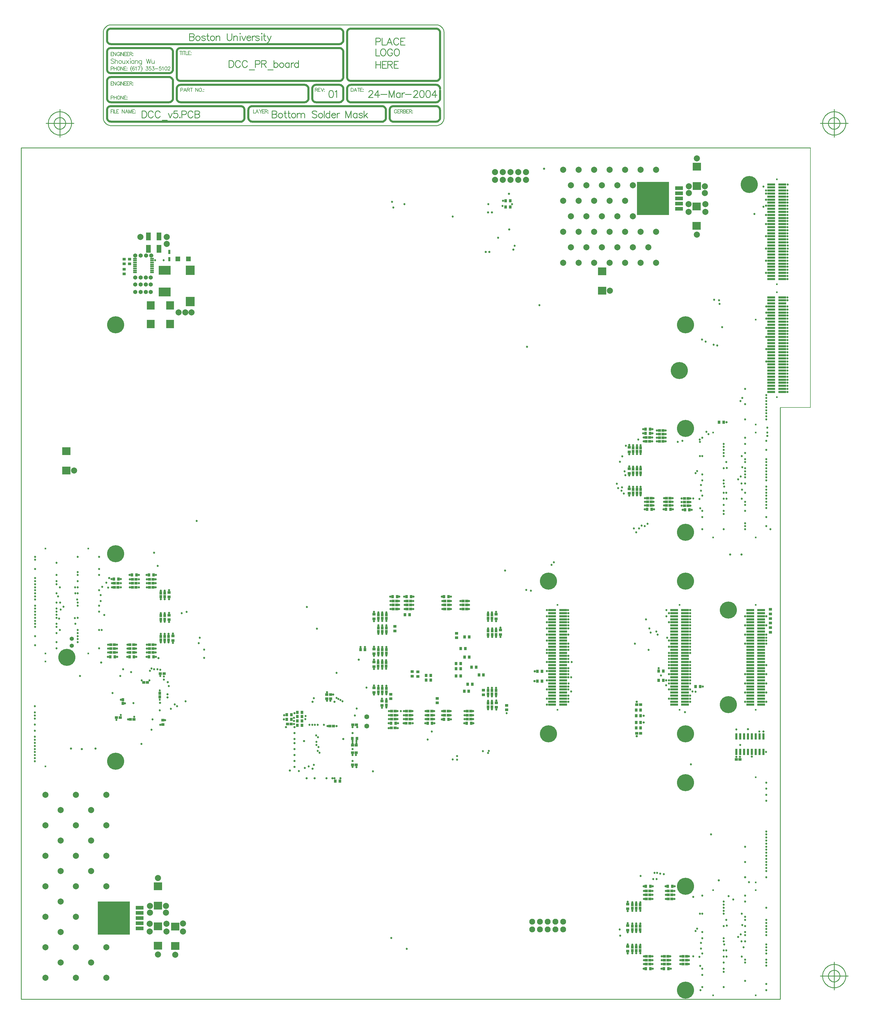
<source format=gbs>
%FSLAX24Y24*%
%MOIN*%
G70*
G01*
G75*
%ADD10R,0.0787X0.0709*%
%ADD11R,0.1063X0.0236*%
%ADD12C,0.0220*%
%ADD13C,0.0220*%
%ADD14R,0.0315X0.0354*%
%ADD15C,0.0157*%
%ADD16R,0.0118X0.0591*%
%ADD17C,0.0177*%
%ADD18R,0.0118X0.0591*%
%ADD19R,0.0591X0.0118*%
%ADD20C,0.0230*%
%ADD21R,0.0591X0.0118*%
%ADD22R,0.1063X0.0236*%
%ADD23R,0.0787X0.0157*%
%ADD24R,0.0157X0.0787*%
%ADD25R,0.0354X0.0315*%
%ADD26R,0.0366X0.0291*%
%ADD27R,0.0291X0.0366*%
%ADD28R,0.0701X0.0165*%
%ADD29R,0.0701X0.0165*%
%ADD30R,0.0413X0.0177*%
%ADD31R,0.0315X0.0354*%
%ADD32C,0.0100*%
%ADD33C,0.0060*%
%ADD34C,0.0220*%
%ADD35C,0.0500*%
%ADD36C,0.0120*%
%ADD37C,0.0080*%
%ADD38C,0.0200*%
%ADD39C,0.0250*%
%ADD40C,0.0090*%
%ADD41C,0.0050*%
%ADD42C,0.0500*%
%ADD43C,0.0270*%
%ADD44C,0.0720*%
%ADD45C,0.0200*%
%ADD46C,0.2165*%
%ADD47C,0.2165*%
%ADD48C,0.0750*%
%ADD49C,0.0591*%
%ADD50C,0.0250*%
%ADD51C,0.0240*%
%ADD52C,0.0256*%
%ADD53R,0.1000X0.0420*%
%ADD54R,0.4100X0.4250*%
%ADD55R,0.0945X0.0236*%
%ADD56R,0.1063X0.1004*%
%ADD57R,0.0240X0.0800*%
%ADD58R,0.0600X0.1000*%
%ADD59R,0.0600X0.0600*%
%ADD60R,0.1004X0.1063*%
%ADD61R,0.0256X0.0531*%
%ADD62R,0.1500X0.1100*%
%ADD63R,0.1100X0.1150*%
%ADD64C,0.0400*%
%ADD65C,0.0150*%
%ADD66R,1.2992X2.7953*%
%ADD67R,0.5276X0.2087*%
%ADD68R,0.3110X0.1890*%
%ADD69R,0.0700X0.4200*%
%ADD70R,0.1200X0.0420*%
%ADD71R,0.1000X0.0500*%
%ADD72R,1.6600X1.3550*%
%ADD73R,0.1500X0.1950*%
%ADD74R,0.0950X0.0400*%
%ADD75R,0.0600X0.1250*%
%ADD76R,0.2250X0.1100*%
%ADD77R,0.3850X0.4850*%
%ADD78R,0.0500X0.1100*%
%ADD79R,0.3600X0.4000*%
%ADD80R,1.2450X0.8500*%
%ADD81R,0.1400X0.2750*%
%ADD82R,0.3110X0.1890*%
%ADD83R,0.3071X0.2047*%
%ADD84R,1.5551X1.5472*%
%ADD85R,0.1050X0.1000*%
%ADD86R,0.1000X0.1000*%
%ADD87R,1.7100X1.7400*%
%ADD88C,0.0079*%
%ADD89R,0.0827X0.0749*%
%ADD90R,0.1103X0.0276*%
%ADD91C,0.0260*%
%ADD92C,0.0260*%
%ADD93R,0.0355X0.0394*%
%ADD94C,0.0187*%
%ADD95R,0.0158X0.0631*%
%ADD96C,0.0207*%
%ADD97R,0.0158X0.0631*%
%ADD98R,0.0631X0.0158*%
%ADD99R,0.0631X0.0158*%
%ADD100R,0.1103X0.0276*%
%ADD101R,0.0827X0.0197*%
%ADD102R,0.0197X0.0827*%
%ADD103R,0.0394X0.0355*%
%ADD104R,0.0406X0.0331*%
%ADD105R,0.0331X0.0406*%
%ADD106R,0.0741X0.0205*%
%ADD107R,0.0741X0.0205*%
%ADD108R,0.0453X0.0217*%
%ADD109R,0.0355X0.0394*%
%ADD110C,0.0540*%
%ADD111C,0.0310*%
%ADD112C,0.0760*%
%ADD113C,0.0240*%
%ADD114C,0.2205*%
%ADD115C,0.2205*%
%ADD116C,0.0790*%
%ADD117C,0.0631*%
%ADD118C,0.0290*%
%ADD119C,0.0280*%
%ADD120R,0.1040X0.0460*%
%ADD121R,0.4140X0.4290*%
%ADD122R,0.0985X0.0276*%
%ADD123R,0.1103X0.1044*%
%ADD124R,0.0280X0.0840*%
%ADD125R,0.0640X0.1040*%
%ADD126R,0.0640X0.0640*%
%ADD127R,0.1044X0.1103*%
%ADD128R,0.0296X0.0571*%
%ADD129R,0.1540X0.1140*%
%ADD130R,0.1140X0.1190*%
D32*
X52075Y127923D02*
X52068Y128023D01*
X52048Y128121D01*
X52015Y128216D01*
X51970Y128305D01*
X51914Y128388D01*
X51846Y128462D01*
X51770Y128527D01*
X51685Y128581D01*
X51595Y128623D01*
X51499Y128653D01*
X51400Y128669D01*
X51300Y128673D01*
X51200Y128663D01*
X51103Y128639D01*
X51009Y128603D01*
X50921Y128555D01*
X50841Y128496D01*
X50769Y128426D01*
X50707Y128347D01*
X50656Y128261D01*
X50616Y128169D01*
X50590Y128072D01*
X50577Y127973D01*
Y127873D01*
X50590Y127774D01*
X50616Y127677D01*
X50656Y127585D01*
X50707Y127499D01*
X50769Y127420D01*
X50841Y127350D01*
X50921Y127291D01*
X51009Y127243D01*
X51103Y127207D01*
X51200Y127183D01*
X51300Y127173D01*
X51400Y127177D01*
X51499Y127193D01*
X51595Y127223D01*
X51685Y127265D01*
X51770Y127319D01*
X51846Y127384D01*
X51914Y127458D01*
X51970Y127541D01*
X52015Y127630D01*
X52048Y127725D01*
X52068Y127823D01*
X52075Y127923D01*
X52825D02*
X52822Y128023D01*
X52812Y128123D01*
X52795Y128222D01*
X52772Y128319D01*
X52742Y128415D01*
X52706Y128509D01*
X52664Y128600D01*
X52616Y128687D01*
X52562Y128772D01*
X52502Y128853D01*
X52437Y128929D01*
X52368Y129001D01*
X52293Y129069D01*
X52215Y129131D01*
X52132Y129187D01*
X52046Y129238D01*
X51956Y129284D01*
X51864Y129323D01*
X51769Y129356D01*
X51673Y129382D01*
X51574Y129402D01*
X51475Y129416D01*
X51375Y129422D01*
X51275D01*
X51175Y129416D01*
X51076Y129402D01*
X50977Y129382D01*
X50881Y129356D01*
X50786Y129323D01*
X50694Y129284D01*
X50604Y129238D01*
X50518Y129187D01*
X50435Y129131D01*
X50357Y129069D01*
X50282Y129001D01*
X50213Y128929D01*
X50148Y128853D01*
X50088Y128772D01*
X50034Y128687D01*
X49986Y128600D01*
X49944Y128509D01*
X49908Y128415D01*
X49878Y128319D01*
X49855Y128222D01*
X49838Y128123D01*
X49828Y128023D01*
X49825Y127923D01*
X49828Y127823D01*
X49838Y127723D01*
X49855Y127624D01*
X49878Y127527D01*
X49908Y127431D01*
X49944Y127337D01*
X49986Y127247D01*
X50034Y127159D01*
X50088Y127074D01*
X50148Y126993D01*
X50213Y126917D01*
X50282Y126845D01*
X50357Y126778D01*
X50435Y126715D01*
X50518Y126659D01*
X50604Y126608D01*
X50694Y126562D01*
X50786Y126523D01*
X50881Y126490D01*
X50977Y126464D01*
X51076Y126444D01*
X51175Y126431D01*
X51275Y126424D01*
X51375D01*
X51475Y126431D01*
X51574Y126444D01*
X51673Y126464D01*
X51769Y126490D01*
X51864Y126523D01*
X51956Y126562D01*
X52046Y126608D01*
X52132Y126659D01*
X52215Y126715D01*
X52293Y126778D01*
X52368Y126845D01*
X52437Y126917D01*
X52502Y126993D01*
X52562Y127074D01*
X52616Y127159D01*
X52664Y127247D01*
X52706Y127337D01*
X52742Y127431D01*
X52772Y127527D01*
X52795Y127624D01*
X52812Y127723D01*
X52822Y127823D01*
X52825Y127923D01*
X152075Y127923D02*
X152068Y128023D01*
X152048Y128121D01*
X152015Y128216D01*
X151970Y128305D01*
X151914Y128388D01*
X151846Y128462D01*
X151770Y128527D01*
X151685Y128581D01*
X151595Y128623D01*
X151499Y128653D01*
X151400Y128669D01*
X151300Y128673D01*
X151200Y128663D01*
X151103Y128639D01*
X151009Y128603D01*
X150921Y128555D01*
X150841Y128496D01*
X150769Y128426D01*
X150707Y128347D01*
X150656Y128261D01*
X150617Y128169D01*
X150590Y128072D01*
X150577Y127973D01*
Y127873D01*
X150590Y127774D01*
X150617Y127677D01*
X150656Y127585D01*
X150707Y127499D01*
X150769Y127420D01*
X150841Y127350D01*
X150921Y127291D01*
X151009Y127243D01*
X151103Y127207D01*
X151200Y127183D01*
X151300Y127173D01*
X151400Y127177D01*
X151499Y127193D01*
X151595Y127223D01*
X151685Y127265D01*
X151770Y127319D01*
X151846Y127384D01*
X151914Y127458D01*
X151970Y127541D01*
X152015Y127630D01*
X152048Y127725D01*
X152068Y127823D01*
X152075Y127923D01*
X152825D02*
X152822Y128023D01*
X152812Y128123D01*
X152795Y128222D01*
X152772Y128319D01*
X152742Y128415D01*
X152706Y128509D01*
X152664Y128600D01*
X152616Y128687D01*
X152562Y128772D01*
X152502Y128853D01*
X152437Y128929D01*
X152368Y129001D01*
X152293Y129069D01*
X152215Y129131D01*
X152132Y129187D01*
X152046Y129238D01*
X151956Y129284D01*
X151864Y129323D01*
X151769Y129356D01*
X151673Y129382D01*
X151574Y129402D01*
X151475Y129416D01*
X151375Y129422D01*
X151275D01*
X151175Y129416D01*
X151076Y129402D01*
X150977Y129382D01*
X150881Y129356D01*
X150786Y129323D01*
X150694Y129284D01*
X150604Y129238D01*
X150518Y129187D01*
X150435Y129131D01*
X150357Y129069D01*
X150282Y129001D01*
X150213Y128929D01*
X150148Y128853D01*
X150088Y128772D01*
X150034Y128687D01*
X149986Y128600D01*
X149944Y128509D01*
X149908Y128415D01*
X149878Y128319D01*
X149855Y128222D01*
X149838Y128123D01*
X149828Y128023D01*
X149825Y127923D01*
X149828Y127823D01*
X149838Y127723D01*
X149855Y127624D01*
X149878Y127527D01*
X149908Y127431D01*
X149944Y127337D01*
X149986Y127247D01*
X150034Y127159D01*
X150088Y127074D01*
X150148Y126993D01*
X150213Y126917D01*
X150282Y126845D01*
X150357Y126778D01*
X150435Y126715D01*
X150518Y126659D01*
X150604Y126608D01*
X150694Y126562D01*
X150786Y126523D01*
X150881Y126490D01*
X150977Y126464D01*
X151076Y126444D01*
X151175Y126431D01*
X151275Y126424D01*
X151375D01*
X151475Y126431D01*
X151574Y126444D01*
X151673Y126464D01*
X151769Y126490D01*
X151864Y126523D01*
X151956Y126562D01*
X152046Y126608D01*
X152132Y126659D01*
X152215Y126715D01*
X152293Y126778D01*
X152368Y126845D01*
X152437Y126917D01*
X152502Y126993D01*
X152562Y127074D01*
X152616Y127159D01*
X152664Y127247D01*
X152706Y127337D01*
X152742Y127431D01*
X152772Y127527D01*
X152795Y127624D01*
X152812Y127723D01*
X152822Y127823D01*
X152825Y127923D01*
X152075Y17923D02*
X152068Y18023D01*
X152048Y18121D01*
X152015Y18216D01*
X151970Y18305D01*
X151914Y18388D01*
X151846Y18462D01*
X151770Y18527D01*
X151685Y18581D01*
X151595Y18623D01*
X151499Y18653D01*
X151400Y18669D01*
X151300Y18673D01*
X151200Y18663D01*
X151103Y18639D01*
X151009Y18603D01*
X150921Y18555D01*
X150841Y18496D01*
X150769Y18426D01*
X150707Y18347D01*
X150656Y18261D01*
X150617Y18169D01*
X150590Y18072D01*
X150577Y17973D01*
Y17873D01*
X150590Y17774D01*
X150617Y17677D01*
X150656Y17585D01*
X150707Y17499D01*
X150769Y17420D01*
X150841Y17350D01*
X150921Y17291D01*
X151009Y17243D01*
X151103Y17207D01*
X151200Y17183D01*
X151300Y17173D01*
X151400Y17177D01*
X151499Y17193D01*
X151595Y17223D01*
X151685Y17265D01*
X151770Y17319D01*
X151846Y17384D01*
X151914Y17458D01*
X151970Y17541D01*
X152015Y17630D01*
X152048Y17725D01*
X152068Y17823D01*
X152075Y17923D01*
X152825D02*
X152822Y18023D01*
X152812Y18123D01*
X152795Y18222D01*
X152772Y18319D01*
X152742Y18415D01*
X152706Y18509D01*
X152664Y18600D01*
X152616Y18687D01*
X152562Y18772D01*
X152502Y18853D01*
X152437Y18929D01*
X152368Y19001D01*
X152293Y19069D01*
X152215Y19131D01*
X152132Y19187D01*
X152046Y19238D01*
X151956Y19284D01*
X151864Y19323D01*
X151769Y19356D01*
X151673Y19382D01*
X151574Y19402D01*
X151475Y19416D01*
X151375Y19422D01*
X151275D01*
X151175Y19416D01*
X151076Y19402D01*
X150977Y19382D01*
X150881Y19356D01*
X150786Y19323D01*
X150694Y19284D01*
X150604Y19238D01*
X150518Y19187D01*
X150435Y19131D01*
X150357Y19069D01*
X150282Y19001D01*
X150213Y18929D01*
X150148Y18853D01*
X150088Y18772D01*
X150034Y18687D01*
X149986Y18600D01*
X149944Y18509D01*
X149908Y18415D01*
X149878Y18319D01*
X149855Y18222D01*
X149838Y18123D01*
X149828Y18023D01*
X149825Y17923D01*
X149828Y17823D01*
X149838Y17723D01*
X149855Y17624D01*
X149878Y17527D01*
X149908Y17431D01*
X149944Y17337D01*
X149986Y17247D01*
X150034Y17159D01*
X150088Y17074D01*
X150148Y16993D01*
X150213Y16917D01*
X150282Y16845D01*
X150357Y16778D01*
X150435Y16715D01*
X150518Y16659D01*
X150604Y16608D01*
X150694Y16562D01*
X150786Y16523D01*
X150881Y16490D01*
X150977Y16464D01*
X151076Y16444D01*
X151175Y16431D01*
X151275Y16424D01*
X151375D01*
X151475Y16431D01*
X151574Y16444D01*
X151673Y16464D01*
X151769Y16490D01*
X151864Y16523D01*
X151956Y16562D01*
X152046Y16608D01*
X152132Y16659D01*
X152215Y16715D01*
X152293Y16778D01*
X152368Y16845D01*
X152437Y16917D01*
X152502Y16993D01*
X152562Y17074D01*
X152616Y17159D01*
X152664Y17247D01*
X152706Y17337D01*
X152742Y17431D01*
X152772Y17527D01*
X152795Y17624D01*
X152812Y17723D01*
X152822Y17823D01*
X152825Y17923D01*
X51325Y126123D02*
Y129723D01*
X49525Y127923D02*
X53125D01*
X151325Y126123D02*
Y129723D01*
X149525Y127923D02*
X153125D01*
X151325Y16123D02*
Y19723D01*
X149525Y17923D02*
X153125D01*
X46325Y14923D02*
Y124766D01*
X148254D01*
X46325Y14923D02*
X144356D01*
Y91262D01*
X57929Y140636D02*
X57831Y140631D01*
X57734Y140616D01*
X57639Y140593D01*
X57547Y140560D01*
X57458Y140518D01*
X57374Y140467D01*
X57295Y140409D01*
X57222Y140343D01*
X57156Y140270D01*
X57098Y140191D01*
X57047Y140107D01*
X57005Y140018D01*
X56972Y139926D01*
X56949Y139831D01*
X56934Y139734D01*
X56929Y139636D01*
X100929D02*
X100925Y139734D01*
X100910Y139831D01*
X100886Y139926D01*
X100853Y140018D01*
X100811Y140107D01*
X100761Y140191D01*
X100702Y140270D01*
X100636Y140343D01*
X100564Y140409D01*
X100485Y140467D01*
X100401Y140518D01*
X100312Y140560D01*
X100220Y140593D01*
X100124Y140616D01*
X100027Y140631D01*
X99929Y140636D01*
Y127636D02*
X100027Y127640D01*
X100124Y127655D01*
X100220Y127679D01*
X100312Y127712D01*
X100401Y127754D01*
X100485Y127804D01*
X100564Y127863D01*
X100636Y127929D01*
X100702Y128001D01*
X100761Y128080D01*
X100811Y128164D01*
X100853Y128253D01*
X100886Y128345D01*
X100910Y128441D01*
X100925Y128538D01*
X100929Y128636D01*
X56929Y128646D02*
X56934Y128548D01*
X56948Y128451D01*
X56972Y128356D01*
X57005Y128263D01*
X57046Y128174D01*
X57096Y128090D01*
X57154Y128011D01*
X57219Y127938D01*
X57291Y127871D01*
X57369Y127812D01*
X57453Y127761D01*
X57541Y127718D01*
X57632Y127683D01*
X57727Y127658D01*
X57824Y127642D01*
X57922Y127636D01*
X56929Y128636D02*
Y139636D01*
X100929Y128636D02*
Y139636D01*
X57929Y140636D02*
X99929D01*
X57929Y127636D02*
X99929D01*
D37*
X144356Y91262D02*
X148254D01*
Y124766D01*
X58329Y136150D02*
X58272Y136207D01*
X58186Y136236D01*
X58072D01*
X57986Y136207D01*
X57929Y136150D01*
Y136093D01*
X57958Y136036D01*
X57986Y136007D01*
X58044Y135978D01*
X58215Y135921D01*
X58272Y135893D01*
X58301Y135864D01*
X58329Y135807D01*
Y135721D01*
X58272Y135664D01*
X58186Y135636D01*
X58072D01*
X57986Y135664D01*
X57929Y135721D01*
X58464Y136236D02*
Y135636D01*
Y135921D02*
X58549Y136007D01*
X58606Y136036D01*
X58692D01*
X58749Y136007D01*
X58778Y135921D01*
Y135636D01*
X59078Y136036D02*
X59021Y136007D01*
X58963Y135950D01*
X58935Y135864D01*
Y135807D01*
X58963Y135721D01*
X59021Y135664D01*
X59078Y135636D01*
X59163D01*
X59220Y135664D01*
X59278Y135721D01*
X59306Y135807D01*
Y135864D01*
X59278Y135950D01*
X59220Y136007D01*
X59163Y136036D01*
X59078D01*
X59438D02*
Y135750D01*
X59466Y135664D01*
X59523Y135636D01*
X59609D01*
X59666Y135664D01*
X59752Y135750D01*
Y136036D02*
Y135636D01*
X59909Y136036D02*
X60223Y135636D01*
Y136036D02*
X59909Y135636D01*
X60406Y136236D02*
X60435Y136207D01*
X60463Y136236D01*
X60435Y136264D01*
X60406Y136236D01*
X60435Y136036D02*
Y135636D01*
X60912Y136036D02*
Y135636D01*
Y135950D02*
X60854Y136007D01*
X60797Y136036D01*
X60712D01*
X60654Y136007D01*
X60597Y135950D01*
X60569Y135864D01*
Y135807D01*
X60597Y135721D01*
X60654Y135664D01*
X60712Y135636D01*
X60797D01*
X60854Y135664D01*
X60912Y135721D01*
X61072Y136036D02*
Y135636D01*
Y135921D02*
X61157Y136007D01*
X61214Y136036D01*
X61300D01*
X61357Y136007D01*
X61386Y135921D01*
Y135636D01*
X61886Y136036D02*
Y135578D01*
X61857Y135493D01*
X61828Y135464D01*
X61771Y135436D01*
X61686D01*
X61629Y135464D01*
X61886Y135950D02*
X61828Y136007D01*
X61771Y136036D01*
X61686D01*
X61629Y136007D01*
X61571Y135950D01*
X61543Y135864D01*
Y135807D01*
X61571Y135721D01*
X61629Y135664D01*
X61686Y135636D01*
X61771D01*
X61828Y135664D01*
X61886Y135721D01*
X62517Y136236D02*
X62660Y135636D01*
X62803Y136236D02*
X62660Y135636D01*
X62803Y136236D02*
X62945Y135636D01*
X63088Y136236D02*
X62945Y135636D01*
X63208Y136036D02*
Y135750D01*
X63237Y135664D01*
X63294Y135636D01*
X63380D01*
X63437Y135664D01*
X63522Y135750D01*
Y136036D02*
Y135636D01*
D39*
X57929Y140136D02*
X57832Y140126D01*
X57738Y140098D01*
X57652Y140051D01*
X57576Y139989D01*
X57514Y139913D01*
X57467Y139827D01*
X57439Y139733D01*
X57429Y139636D01*
Y138636D02*
X57439Y138538D01*
X57467Y138444D01*
X57514Y138358D01*
X57576Y138282D01*
X57652Y138220D01*
X57738Y138174D01*
X57832Y138145D01*
X57929Y138136D01*
X75179Y129636D02*
X75170Y129733D01*
X75141Y129827D01*
X75095Y129913D01*
X75033Y129989D01*
X74957Y130051D01*
X74871Y130098D01*
X74777Y130126D01*
X74679Y130136D01*
X74691Y128136D02*
X74788Y128144D01*
X74881Y128171D01*
X74967Y128217D01*
X75042Y128279D01*
X75103Y128355D01*
X75147Y128442D01*
X75173Y128535D01*
X75179Y128632D01*
X76179Y130136D02*
X76082Y130126D01*
X75988Y130098D01*
X75902Y130051D01*
X75826Y129989D01*
X75764Y129913D01*
X75717Y129827D01*
X75689Y129733D01*
X75679Y129636D01*
Y128636D02*
X75689Y128539D01*
X75717Y128446D01*
X75762Y128361D01*
X75823Y128285D01*
X75897Y128223D01*
X75982Y128176D01*
X76074Y128147D01*
X76171Y128136D01*
X93429Y129636D02*
X93420Y129733D01*
X93391Y129827D01*
X93345Y129913D01*
X93283Y129989D01*
X93207Y130051D01*
X93121Y130098D01*
X93027Y130126D01*
X92929Y130136D01*
X92941Y128136D02*
X93038Y128144D01*
X93131Y128171D01*
X93217Y128217D01*
X93292Y128279D01*
X93353Y128355D01*
X93397Y128442D01*
X93423Y128535D01*
X93429Y128632D01*
X93929Y128626D02*
X93939Y128529D01*
X93967Y128436D01*
X94014Y128351D01*
X94076Y128276D01*
X94152Y128215D01*
X94238Y128171D01*
X94331Y128144D01*
X94428Y128136D01*
X94429Y130136D02*
X94332Y130126D01*
X94238Y130098D01*
X94152Y130051D01*
X94076Y129989D01*
X94014Y129913D01*
X93967Y129827D01*
X93939Y129733D01*
X93929Y129636D01*
X65929Y137146D02*
X65920Y137241D01*
X65892Y137333D01*
X65847Y137418D01*
X65786Y137492D01*
X65712Y137553D01*
X65627Y137598D01*
X65535Y137626D01*
X65439Y137636D01*
X65449Y134386D02*
X65543Y134395D01*
X65633Y134422D01*
X65716Y134467D01*
X65789Y134526D01*
X65848Y134599D01*
X65893Y134682D01*
X65920Y134772D01*
X65929Y134866D01*
Y133396D02*
X65919Y133493D01*
X65890Y133587D01*
X65843Y133673D01*
X65780Y133748D01*
X65703Y133809D01*
X65615Y133853D01*
X65520Y133879D01*
X65422Y133885D01*
X66429Y133876D02*
X66439Y133780D01*
X66467Y133688D01*
X66512Y133603D01*
X66573Y133529D01*
X66647Y133468D01*
X66732Y133423D01*
X66824Y133395D01*
X66919Y133386D01*
X66429Y131126D02*
X66439Y131030D01*
X66467Y130938D01*
X66512Y130853D01*
X66573Y130779D01*
X66647Y130718D01*
X66732Y130673D01*
X66824Y130645D01*
X66919Y130636D01*
X65439D02*
X65535Y130645D01*
X65627Y130673D01*
X65712Y130718D01*
X65786Y130779D01*
X65847Y130853D01*
X65892Y130938D01*
X65920Y131030D01*
X65929Y131126D01*
X83429Y132396D02*
X83420Y132491D01*
X83392Y132583D01*
X83347Y132668D01*
X83286Y132742D01*
X83212Y132803D01*
X83127Y132848D01*
X83035Y132876D01*
X82939Y132886D01*
Y130636D02*
X83036Y130645D01*
X83129Y130674D01*
X83214Y130720D01*
X83289Y130782D01*
X83350Y130858D01*
X83394Y130944D01*
X83421Y131037D01*
X83429Y131134D01*
X83929Y131146D02*
X83939Y131047D01*
X83967Y130953D01*
X84013Y130865D01*
X84076Y130788D01*
X84151Y130725D01*
X84238Y130677D01*
X84332Y130647D01*
X84430Y130636D01*
X84409Y132886D02*
X84313Y132876D01*
X84220Y132847D01*
X84135Y132799D01*
X84061Y132736D01*
X84002Y132659D01*
X83959Y132572D01*
X83935Y132478D01*
X83930Y132381D01*
X66929Y132886D02*
X66832Y132876D01*
X66738Y132848D01*
X66652Y132801D01*
X66576Y132739D01*
X66514Y132663D01*
X66467Y132577D01*
X66439Y132483D01*
X66429Y132386D01*
X66929Y137636D02*
X66832Y137626D01*
X66738Y137598D01*
X66652Y137551D01*
X66576Y137489D01*
X66514Y137413D01*
X66467Y137327D01*
X66439Y137233D01*
X66429Y137136D01*
X57429Y131136D02*
X57439Y131039D01*
X57467Y130946D01*
X57512Y130861D01*
X57573Y130785D01*
X57647Y130723D01*
X57732Y130676D01*
X57824Y130647D01*
X57921Y130636D01*
X57929Y133886D02*
X57832Y133876D01*
X57738Y133848D01*
X57652Y133801D01*
X57576Y133739D01*
X57514Y133663D01*
X57467Y133577D01*
X57439Y133483D01*
X57429Y133386D01*
Y134886D02*
X57439Y134788D01*
X57467Y134694D01*
X57514Y134608D01*
X57576Y134532D01*
X57652Y134470D01*
X57738Y134424D01*
X57832Y134395D01*
X57929Y134386D01*
Y137636D02*
X57832Y137626D01*
X57738Y137598D01*
X57652Y137551D01*
X57576Y137489D01*
X57514Y137413D01*
X57467Y137327D01*
X57439Y137233D01*
X57429Y137136D01*
X87929Y139636D02*
X87920Y139733D01*
X87891Y139827D01*
X87845Y139913D01*
X87783Y139989D01*
X87707Y140051D01*
X87621Y140098D01*
X87527Y140126D01*
X87429Y140136D01*
X88929D02*
X88832Y140126D01*
X88738Y140098D01*
X88652Y140051D01*
X88576Y139989D01*
X88514Y139913D01*
X88467Y139827D01*
X88439Y139733D01*
X88429Y139636D01*
X87429Y138136D02*
X87527Y138145D01*
X87621Y138174D01*
X87707Y138220D01*
X87783Y138282D01*
X87845Y138358D01*
X87891Y138444D01*
X87920Y138538D01*
X87929Y138636D01*
Y137136D02*
X87920Y137233D01*
X87891Y137327D01*
X87845Y137413D01*
X87783Y137489D01*
X87707Y137551D01*
X87621Y137598D01*
X87527Y137626D01*
X87429Y137636D01*
X57929Y130136D02*
X57832Y130126D01*
X57738Y130098D01*
X57652Y130051D01*
X57576Y129989D01*
X57514Y129913D01*
X57467Y129827D01*
X57439Y129733D01*
X57429Y129636D01*
X87438Y133386D02*
X87534Y133397D01*
X87627Y133426D01*
X87712Y133473D01*
X87786Y133535D01*
X87847Y133611D01*
X87892Y133696D01*
X87920Y133789D01*
X87929Y133886D01*
X57429Y128636D02*
X57439Y128539D01*
X57467Y128446D01*
X57512Y128361D01*
X57573Y128285D01*
X57647Y128223D01*
X57732Y128176D01*
X57824Y128147D01*
X57921Y128136D01*
X87929Y132396D02*
X87920Y132491D01*
X87892Y132583D01*
X87847Y132668D01*
X87786Y132742D01*
X87712Y132803D01*
X87627Y132848D01*
X87535Y132876D01*
X87439Y132886D01*
X88429Y131126D02*
X88439Y131029D01*
X88467Y130936D01*
X88514Y130851D01*
X88576Y130776D01*
X88652Y130715D01*
X88738Y130671D01*
X88831Y130644D01*
X88928Y130636D01*
X87429Y130636D02*
X87527Y130645D01*
X87621Y130674D01*
X87707Y130720D01*
X87783Y130782D01*
X87845Y130858D01*
X87891Y130944D01*
X87920Y131038D01*
X87929Y131136D01*
X99929Y128136D02*
X100027Y128145D01*
X100121Y128174D01*
X100207Y128220D01*
X100283Y128282D01*
X100345Y128358D01*
X100391Y128444D01*
X100420Y128538D01*
X100429Y128636D01*
X100429Y129644D02*
X100418Y129741D01*
X100389Y129833D01*
X100342Y129918D01*
X100280Y129992D01*
X100204Y130053D01*
X100119Y130098D01*
X100026Y130126D01*
X99929Y130136D01*
Y130636D02*
X100027Y130645D01*
X100121Y130674D01*
X100207Y130720D01*
X100283Y130782D01*
X100345Y130858D01*
X100391Y130944D01*
X100420Y131038D01*
X100429Y131136D01*
Y139646D02*
X100419Y139743D01*
X100390Y139837D01*
X100343Y139923D01*
X100280Y139998D01*
X100203Y140059D01*
X100115Y140103D01*
X100020Y140129D01*
X99922Y140135D01*
X88429Y133886D02*
X88439Y133788D01*
X88467Y133694D01*
X88514Y133608D01*
X88576Y133532D01*
X88652Y133470D01*
X88738Y133424D01*
X88832Y133395D01*
X88929Y133386D01*
X99929D02*
X100027Y133395D01*
X100121Y133424D01*
X100207Y133470D01*
X100283Y133532D01*
X100345Y133608D01*
X100391Y133694D01*
X100420Y133788D01*
X100429Y133886D01*
X88929Y132886D02*
X88832Y132876D01*
X88738Y132848D01*
X88652Y132801D01*
X88576Y132739D01*
X88514Y132663D01*
X88467Y132577D01*
X88439Y132483D01*
X88429Y132386D01*
X100429Y132396D02*
X100420Y132491D01*
X100392Y132583D01*
X100347Y132668D01*
X100286Y132742D01*
X100212Y132803D01*
X100127Y132848D01*
X100035Y132876D01*
X99939Y132886D01*
X57429Y138636D02*
Y139636D01*
X88429Y131136D02*
Y132386D01*
X100429Y133886D02*
Y139636D01*
X88429Y133886D02*
Y139636D01*
X57429Y128636D02*
Y129636D01*
X100429Y131136D02*
Y132136D01*
Y128636D02*
Y129636D01*
X87929Y131136D02*
Y132386D01*
X83929Y131136D02*
Y132386D01*
X66429Y131136D02*
Y132386D01*
X83429Y131136D02*
Y132386D01*
X66429Y133886D02*
Y137136D01*
X87929Y133886D02*
Y137136D01*
Y138636D02*
Y139636D01*
X65929Y134886D02*
Y137136D01*
X57429Y134886D02*
Y137136D01*
X65929Y131136D02*
Y133386D01*
X57429Y131136D02*
Y133386D01*
X93929Y128636D02*
Y129636D01*
X93429Y128636D02*
Y129636D01*
X75679Y128636D02*
Y129636D01*
X75179Y128636D02*
Y129636D01*
X88929Y132886D02*
X99929D01*
X88929Y133386D02*
X99929D01*
X66929D02*
X87429D01*
X88929Y140136D02*
X99929D01*
X88929Y130636D02*
X99929D01*
X84429Y132886D02*
X87429D01*
X84429Y130636D02*
X87429D01*
X66929D02*
X82929D01*
X66929Y132886D02*
X82929D01*
X66929Y137636D02*
X87429D01*
X57929Y138136D02*
X87429D01*
X57929Y137636D02*
X65429D01*
X57929Y134386D02*
X65429D01*
X57929Y133886D02*
X65429D01*
X57929Y130636D02*
X65429D01*
X57929Y140136D02*
X87429D01*
X94429Y130136D02*
X99929D01*
X94429Y128136D02*
X99929D01*
X76179Y130136D02*
X92929D01*
X57929D02*
X74679D01*
X57929Y128136D02*
X74679D01*
X76179D02*
X92929D01*
D40*
X73179Y136035D02*
Y135136D01*
Y136035D02*
X73479D01*
X73608Y135993D01*
X73694Y135907D01*
X73736Y135821D01*
X73779Y135693D01*
Y135478D01*
X73736Y135350D01*
X73694Y135264D01*
X73608Y135178D01*
X73479Y135136D01*
X73179D01*
X74623Y135821D02*
X74580Y135907D01*
X74495Y135993D01*
X74409Y136035D01*
X74238D01*
X74152Y135993D01*
X74066Y135907D01*
X74023Y135821D01*
X73981Y135693D01*
Y135478D01*
X74023Y135350D01*
X74066Y135264D01*
X74152Y135178D01*
X74238Y135136D01*
X74409D01*
X74495Y135178D01*
X74580Y135264D01*
X74623Y135350D01*
X75519Y135821D02*
X75476Y135907D01*
X75390Y135993D01*
X75305Y136035D01*
X75133D01*
X75047Y135993D01*
X74962Y135907D01*
X74919Y135821D01*
X74876Y135693D01*
Y135478D01*
X74919Y135350D01*
X74962Y135264D01*
X75047Y135178D01*
X75133Y135136D01*
X75305D01*
X75390Y135178D01*
X75476Y135264D01*
X75519Y135350D01*
X75772Y134836D02*
X76457D01*
X76573Y135564D02*
X76959D01*
X77087Y135607D01*
X77130Y135650D01*
X77173Y135736D01*
Y135864D01*
X77130Y135950D01*
X77087Y135993D01*
X76959Y136035D01*
X76573D01*
Y135136D01*
X77374Y136035D02*
Y135136D01*
Y136035D02*
X77760D01*
X77888Y135993D01*
X77931Y135950D01*
X77974Y135864D01*
Y135778D01*
X77931Y135693D01*
X77888Y135650D01*
X77760Y135607D01*
X77374D01*
X77674D02*
X77974Y135136D01*
X78175Y134836D02*
X78861D01*
X78977Y136035D02*
Y135136D01*
Y135607D02*
X79062Y135693D01*
X79148Y135736D01*
X79277D01*
X79362Y135693D01*
X79448Y135607D01*
X79491Y135478D01*
Y135393D01*
X79448Y135264D01*
X79362Y135178D01*
X79277Y135136D01*
X79148D01*
X79062Y135178D01*
X78977Y135264D01*
X79898Y135736D02*
X79812Y135693D01*
X79727Y135607D01*
X79684Y135478D01*
Y135393D01*
X79727Y135264D01*
X79812Y135178D01*
X79898Y135136D01*
X80026D01*
X80112Y135178D01*
X80198Y135264D01*
X80241Y135393D01*
Y135478D01*
X80198Y135607D01*
X80112Y135693D01*
X80026Y135736D01*
X79898D01*
X80952D02*
Y135136D01*
Y135607D02*
X80866Y135693D01*
X80781Y135736D01*
X80652D01*
X80566Y135693D01*
X80481Y135607D01*
X80438Y135478D01*
Y135393D01*
X80481Y135264D01*
X80566Y135178D01*
X80652Y135136D01*
X80781D01*
X80866Y135178D01*
X80952Y135264D01*
X81192Y135736D02*
Y135136D01*
Y135478D02*
X81235Y135607D01*
X81320Y135693D01*
X81406Y135736D01*
X81535D01*
X82130Y136035D02*
Y135136D01*
Y135607D02*
X82045Y135693D01*
X81959Y135736D01*
X81830D01*
X81745Y135693D01*
X81659Y135607D01*
X81616Y135478D01*
Y135393D01*
X81659Y135264D01*
X81745Y135178D01*
X81830Y135136D01*
X81959D01*
X82045Y135178D01*
X82130Y135264D01*
X91222Y131946D02*
Y131989D01*
X91265Y132075D01*
X91308Y132118D01*
X91394Y132160D01*
X91565D01*
X91651Y132118D01*
X91694Y132075D01*
X91736Y131989D01*
Y131903D01*
X91694Y131818D01*
X91608Y131689D01*
X91179Y131261D01*
X91779D01*
X92409Y132160D02*
X91981Y131561D01*
X92623D01*
X92409Y132160D02*
Y131261D01*
X92782Y131646D02*
X93553D01*
X93819Y132160D02*
Y131261D01*
Y132160D02*
X94162Y131261D01*
X94504Y132160D02*
X94162Y131261D01*
X94504Y132160D02*
Y131261D01*
X95276Y131861D02*
Y131261D01*
Y131732D02*
X95190Y131818D01*
X95104Y131861D01*
X94976D01*
X94890Y131818D01*
X94804Y131732D01*
X94761Y131603D01*
Y131518D01*
X94804Y131389D01*
X94890Y131303D01*
X94976Y131261D01*
X95104D01*
X95190Y131303D01*
X95276Y131389D01*
X95516Y131861D02*
Y131261D01*
Y131603D02*
X95558Y131732D01*
X95644Y131818D01*
X95730Y131861D01*
X95858D01*
X95940Y131646D02*
X96711D01*
X97020Y131946D02*
Y131989D01*
X97062Y132075D01*
X97105Y132118D01*
X97191Y132160D01*
X97362D01*
X97448Y132118D01*
X97491Y132075D01*
X97534Y131989D01*
Y131903D01*
X97491Y131818D01*
X97405Y131689D01*
X96977Y131261D01*
X97577D01*
X98035Y132160D02*
X97906Y132118D01*
X97821Y131989D01*
X97778Y131775D01*
Y131646D01*
X97821Y131432D01*
X97906Y131303D01*
X98035Y131261D01*
X98121D01*
X98249Y131303D01*
X98335Y131432D01*
X98378Y131646D01*
Y131775D01*
X98335Y131989D01*
X98249Y132118D01*
X98121Y132160D01*
X98035D01*
X98836D02*
X98708Y132118D01*
X98622Y131989D01*
X98579Y131775D01*
Y131646D01*
X98622Y131432D01*
X98708Y131303D01*
X98836Y131261D01*
X98922D01*
X99051Y131303D01*
X99136Y131432D01*
X99179Y131646D01*
Y131775D01*
X99136Y131989D01*
X99051Y132118D01*
X98922Y132160D01*
X98836D01*
X99809D02*
X99380Y131561D01*
X100023D01*
X99809Y132160D02*
Y131261D01*
X92129Y135935D02*
Y135036D01*
X92729Y135935D02*
Y135036D01*
X92129Y135507D02*
X92729D01*
X93535Y135935D02*
X92978D01*
Y135036D01*
X93535D01*
X92978Y135507D02*
X93321D01*
X93685Y135935D02*
Y135036D01*
Y135935D02*
X94070D01*
X94199Y135893D01*
X94242Y135850D01*
X94285Y135764D01*
Y135678D01*
X94242Y135593D01*
X94199Y135550D01*
X94070Y135507D01*
X93685D01*
X93985D02*
X94285Y135036D01*
X95043Y135935D02*
X94486D01*
Y135036D01*
X95043D01*
X94486Y135507D02*
X94829D01*
X92129Y137535D02*
Y136636D01*
X92644D01*
X92999Y137535D02*
X92913Y137493D01*
X92828Y137407D01*
X92785Y137321D01*
X92742Y137193D01*
Y136978D01*
X92785Y136850D01*
X92828Y136764D01*
X92913Y136678D01*
X92999Y136636D01*
X93171D01*
X93256Y136678D01*
X93342Y136764D01*
X93385Y136850D01*
X93428Y136978D01*
Y137193D01*
X93385Y137321D01*
X93342Y137407D01*
X93256Y137493D01*
X93171Y137535D01*
X92999D01*
X94280Y137321D02*
X94237Y137407D01*
X94152Y137493D01*
X94066Y137535D01*
X93895D01*
X93809Y137493D01*
X93723Y137407D01*
X93680Y137321D01*
X93638Y137193D01*
Y136978D01*
X93680Y136850D01*
X93723Y136764D01*
X93809Y136678D01*
X93895Y136636D01*
X94066D01*
X94152Y136678D01*
X94237Y136764D01*
X94280Y136850D01*
Y136978D01*
X94066D02*
X94280D01*
X94743Y137535D02*
X94657Y137493D01*
X94572Y137407D01*
X94529Y137321D01*
X94486Y137193D01*
Y136978D01*
X94529Y136850D01*
X94572Y136764D01*
X94657Y136678D01*
X94743Y136636D01*
X94914D01*
X95000Y136678D01*
X95086Y136764D01*
X95129Y136850D01*
X95172Y136978D01*
Y137193D01*
X95129Y137321D01*
X95086Y137407D01*
X95000Y137493D01*
X94914Y137535D01*
X94743D01*
X92129Y138464D02*
X92515D01*
X92644Y138507D01*
X92686Y138550D01*
X92729Y138636D01*
Y138764D01*
X92686Y138850D01*
X92644Y138893D01*
X92515Y138935D01*
X92129D01*
Y138036D01*
X92931Y138935D02*
Y138036D01*
X93445D01*
X94229D02*
X93886Y138935D01*
X93543Y138036D01*
X93672Y138336D02*
X94100D01*
X95082Y138721D02*
X95039Y138807D01*
X94953Y138893D01*
X94867Y138935D01*
X94696D01*
X94610Y138893D01*
X94525Y138807D01*
X94482Y138721D01*
X94439Y138593D01*
Y138378D01*
X94482Y138250D01*
X94525Y138164D01*
X94610Y138078D01*
X94696Y138036D01*
X94867D01*
X94953Y138078D01*
X95039Y138164D01*
X95082Y138250D01*
X95891Y138935D02*
X95334D01*
Y138036D01*
X95891D01*
X95334Y138507D02*
X95677D01*
X86311Y132160D02*
X86183Y132118D01*
X86097Y131989D01*
X86054Y131775D01*
Y131646D01*
X86097Y131432D01*
X86183Y131303D01*
X86311Y131261D01*
X86397D01*
X86526Y131303D01*
X86611Y131432D01*
X86654Y131646D01*
Y131775D01*
X86611Y131989D01*
X86526Y132118D01*
X86397Y132160D01*
X86311D01*
X86856Y131989D02*
X86941Y132032D01*
X87070Y132160D01*
Y131261D01*
X78729Y129535D02*
Y128636D01*
Y129535D02*
X79115D01*
X79244Y129493D01*
X79286Y129450D01*
X79329Y129364D01*
Y129278D01*
X79286Y129193D01*
X79244Y129150D01*
X79115Y129107D01*
X78729D02*
X79115D01*
X79244Y129064D01*
X79286Y129021D01*
X79329Y128936D01*
Y128807D01*
X79286Y128721D01*
X79244Y128678D01*
X79115Y128636D01*
X78729D01*
X79745Y129235D02*
X79659Y129193D01*
X79573Y129107D01*
X79531Y128978D01*
Y128893D01*
X79573Y128764D01*
X79659Y128678D01*
X79745Y128636D01*
X79873D01*
X79959Y128678D01*
X80045Y128764D01*
X80088Y128893D01*
Y128978D01*
X80045Y129107D01*
X79959Y129193D01*
X79873Y129235D01*
X79745D01*
X80413Y129535D02*
Y128807D01*
X80456Y128678D01*
X80542Y128636D01*
X80627D01*
X80285Y129235D02*
X80585D01*
X80885Y129535D02*
Y128807D01*
X80927Y128678D01*
X81013Y128636D01*
X81099D01*
X80756Y129235D02*
X81056D01*
X81442D02*
X81356Y129193D01*
X81270Y129107D01*
X81227Y128978D01*
Y128893D01*
X81270Y128764D01*
X81356Y128678D01*
X81442Y128636D01*
X81570D01*
X81656Y128678D01*
X81742Y128764D01*
X81784Y128893D01*
Y128978D01*
X81742Y129107D01*
X81656Y129193D01*
X81570Y129235D01*
X81442D01*
X81981D02*
Y128636D01*
Y129064D02*
X82110Y129193D01*
X82196Y129235D01*
X82324D01*
X82410Y129193D01*
X82453Y129064D01*
Y128636D01*
Y129064D02*
X82581Y129193D01*
X82667Y129235D01*
X82796D01*
X82881Y129193D01*
X82924Y129064D01*
Y128636D01*
X84514Y129407D02*
X84428Y129493D01*
X84300Y129535D01*
X84128D01*
X84000Y129493D01*
X83914Y129407D01*
Y129321D01*
X83957Y129235D01*
X84000Y129193D01*
X84085Y129150D01*
X84342Y129064D01*
X84428Y129021D01*
X84471Y128978D01*
X84514Y128893D01*
Y128764D01*
X84428Y128678D01*
X84300Y128636D01*
X84128D01*
X84000Y128678D01*
X83914Y128764D01*
X84929Y129235D02*
X84844Y129193D01*
X84758Y129107D01*
X84715Y128978D01*
Y128893D01*
X84758Y128764D01*
X84844Y128678D01*
X84929Y128636D01*
X85058D01*
X85144Y128678D01*
X85229Y128764D01*
X85272Y128893D01*
Y128978D01*
X85229Y129107D01*
X85144Y129193D01*
X85058Y129235D01*
X84929D01*
X85469Y129535D02*
Y128636D01*
X86172Y129535D02*
Y128636D01*
Y129107D02*
X86086Y129193D01*
X86001Y129235D01*
X85872D01*
X85786Y129193D01*
X85701Y129107D01*
X85658Y128978D01*
Y128893D01*
X85701Y128764D01*
X85786Y128678D01*
X85872Y128636D01*
X86001D01*
X86086Y128678D01*
X86172Y128764D01*
X86412Y128978D02*
X86926D01*
Y129064D01*
X86883Y129150D01*
X86840Y129193D01*
X86755Y129235D01*
X86626D01*
X86541Y129193D01*
X86455Y129107D01*
X86412Y128978D01*
Y128893D01*
X86455Y128764D01*
X86541Y128678D01*
X86626Y128636D01*
X86755D01*
X86840Y128678D01*
X86926Y128764D01*
X87119Y129235D02*
Y128636D01*
Y128978D02*
X87162Y129107D01*
X87248Y129193D01*
X87333Y129235D01*
X87462D01*
X88250Y129535D02*
Y128636D01*
Y129535D02*
X88593Y128636D01*
X88936Y129535D02*
X88593Y128636D01*
X88936Y129535D02*
Y128636D01*
X89707Y129235D02*
Y128636D01*
Y129107D02*
X89621Y129193D01*
X89536Y129235D01*
X89407D01*
X89321Y129193D01*
X89236Y129107D01*
X89193Y128978D01*
Y128893D01*
X89236Y128764D01*
X89321Y128678D01*
X89407Y128636D01*
X89536D01*
X89621Y128678D01*
X89707Y128764D01*
X90418Y129107D02*
X90375Y129193D01*
X90247Y129235D01*
X90118D01*
X89990Y129193D01*
X89947Y129107D01*
X89990Y129021D01*
X90075Y128978D01*
X90290Y128936D01*
X90375Y128893D01*
X90418Y128807D01*
Y128764D01*
X90375Y128678D01*
X90247Y128636D01*
X90118D01*
X89990Y128678D01*
X89947Y128764D01*
X90607Y129535D02*
Y128636D01*
X91035Y129235D02*
X90607Y128807D01*
X90778Y128978D02*
X91078Y128636D01*
X68069Y139508D02*
Y138608D01*
Y139508D02*
X68455D01*
X68583Y139465D01*
X68626Y139422D01*
X68669Y139336D01*
Y139251D01*
X68626Y139165D01*
X68583Y139122D01*
X68455Y139079D01*
X68069D02*
X68455D01*
X68583Y139037D01*
X68626Y138994D01*
X68669Y138908D01*
Y138779D01*
X68626Y138694D01*
X68583Y138651D01*
X68455Y138608D01*
X68069D01*
X69085Y139208D02*
X68999Y139165D01*
X68913Y139079D01*
X68870Y138951D01*
Y138865D01*
X68913Y138737D01*
X68999Y138651D01*
X69085Y138608D01*
X69213D01*
X69299Y138651D01*
X69385Y138737D01*
X69427Y138865D01*
Y138951D01*
X69385Y139079D01*
X69299Y139165D01*
X69213Y139208D01*
X69085D01*
X70096Y139079D02*
X70053Y139165D01*
X69924Y139208D01*
X69796D01*
X69667Y139165D01*
X69624Y139079D01*
X69667Y138994D01*
X69753Y138951D01*
X69967Y138908D01*
X70053Y138865D01*
X70096Y138779D01*
Y138737D01*
X70053Y138651D01*
X69924Y138608D01*
X69796D01*
X69667Y138651D01*
X69624Y138737D01*
X70413Y139508D02*
Y138779D01*
X70456Y138651D01*
X70541Y138608D01*
X70627D01*
X70284Y139208D02*
X70584D01*
X70970D02*
X70884Y139165D01*
X70799Y139079D01*
X70756Y138951D01*
Y138865D01*
X70799Y138737D01*
X70884Y138651D01*
X70970Y138608D01*
X71098D01*
X71184Y138651D01*
X71270Y138737D01*
X71313Y138865D01*
Y138951D01*
X71270Y139079D01*
X71184Y139165D01*
X71098Y139208D01*
X70970D01*
X71510D02*
Y138608D01*
Y139037D02*
X71638Y139165D01*
X71724Y139208D01*
X71853D01*
X71938Y139165D01*
X71981Y139037D01*
Y138608D01*
X72924Y139508D02*
Y138865D01*
X72967Y138737D01*
X73052Y138651D01*
X73181Y138608D01*
X73267D01*
X73395Y138651D01*
X73481Y138737D01*
X73524Y138865D01*
Y139508D01*
X73772Y139208D02*
Y138608D01*
Y139037D02*
X73901Y139165D01*
X73986Y139208D01*
X74115D01*
X74201Y139165D01*
X74243Y139037D01*
Y138608D01*
X74565Y139508D02*
X74608Y139465D01*
X74651Y139508D01*
X74608Y139551D01*
X74565Y139508D01*
X74608Y139208D02*
Y138608D01*
X74809Y139208D02*
X75066Y138608D01*
X75323Y139208D02*
X75066Y138608D01*
X75469Y138951D02*
X75983D01*
Y139037D01*
X75940Y139122D01*
X75897Y139165D01*
X75812Y139208D01*
X75683D01*
X75597Y139165D01*
X75512Y139079D01*
X75469Y138951D01*
Y138865D01*
X75512Y138737D01*
X75597Y138651D01*
X75683Y138608D01*
X75812D01*
X75897Y138651D01*
X75983Y138737D01*
X76176Y139208D02*
Y138608D01*
Y138951D02*
X76219Y139079D01*
X76304Y139165D01*
X76390Y139208D01*
X76519D01*
X77071Y139079D02*
X77029Y139165D01*
X76900Y139208D01*
X76772D01*
X76643Y139165D01*
X76600Y139079D01*
X76643Y138994D01*
X76729Y138951D01*
X76943Y138908D01*
X77029Y138865D01*
X77071Y138779D01*
Y138737D01*
X77029Y138651D01*
X76900Y138608D01*
X76772D01*
X76643Y138651D01*
X76600Y138737D01*
X77346Y139508D02*
X77389Y139465D01*
X77431Y139508D01*
X77389Y139551D01*
X77346Y139508D01*
X77389Y139208D02*
Y138608D01*
X77718Y139508D02*
Y138779D01*
X77761Y138651D01*
X77847Y138608D01*
X77933D01*
X77590Y139208D02*
X77890D01*
X78104D02*
X78361Y138608D01*
X78618Y139208D02*
X78361Y138608D01*
X78275Y138437D01*
X78190Y138351D01*
X78104Y138308D01*
X78061D01*
X61929Y129535D02*
Y128636D01*
Y129535D02*
X62229D01*
X62358Y129493D01*
X62444Y129407D01*
X62486Y129321D01*
X62529Y129193D01*
Y128978D01*
X62486Y128850D01*
X62444Y128764D01*
X62358Y128678D01*
X62229Y128636D01*
X61929D01*
X63373Y129321D02*
X63330Y129407D01*
X63245Y129493D01*
X63159Y129535D01*
X62988D01*
X62902Y129493D01*
X62816Y129407D01*
X62773Y129321D01*
X62731Y129193D01*
Y128978D01*
X62773Y128850D01*
X62816Y128764D01*
X62902Y128678D01*
X62988Y128636D01*
X63159D01*
X63245Y128678D01*
X63330Y128764D01*
X63373Y128850D01*
X64269Y129321D02*
X64226Y129407D01*
X64140Y129493D01*
X64055Y129535D01*
X63883D01*
X63797Y129493D01*
X63712Y129407D01*
X63669Y129321D01*
X63626Y129193D01*
Y128978D01*
X63669Y128850D01*
X63712Y128764D01*
X63797Y128678D01*
X63883Y128636D01*
X64055D01*
X64140Y128678D01*
X64226Y128764D01*
X64269Y128850D01*
X64522Y128336D02*
X65207D01*
X65323Y129235D02*
X65580Y128636D01*
X65837Y129235D02*
X65580Y128636D01*
X66497Y129535D02*
X66068D01*
X66026Y129150D01*
X66068Y129193D01*
X66197Y129235D01*
X66326D01*
X66454Y129193D01*
X66540Y129107D01*
X66583Y128978D01*
Y128893D01*
X66540Y128764D01*
X66454Y128678D01*
X66326Y128636D01*
X66197D01*
X66068Y128678D01*
X66026Y128721D01*
X65983Y128807D01*
X66827Y128721D02*
X66784Y128678D01*
X66827Y128636D01*
X66870Y128678D01*
X66827Y128721D01*
X67067Y129064D02*
X67452D01*
X67581Y129107D01*
X67624Y129150D01*
X67667Y129235D01*
Y129364D01*
X67624Y129450D01*
X67581Y129493D01*
X67452Y129535D01*
X67067D01*
Y128636D01*
X68511Y129321D02*
X68468Y129407D01*
X68382Y129493D01*
X68297Y129535D01*
X68125D01*
X68039Y129493D01*
X67954Y129407D01*
X67911Y129321D01*
X67868Y129193D01*
Y128978D01*
X67911Y128850D01*
X67954Y128764D01*
X68039Y128678D01*
X68125Y128636D01*
X68297D01*
X68382Y128678D01*
X68468Y128764D01*
X68511Y128850D01*
X68764Y129535D02*
Y128636D01*
Y129535D02*
X69149D01*
X69278Y129493D01*
X69321Y129450D01*
X69363Y129364D01*
Y129278D01*
X69321Y129193D01*
X69278Y129150D01*
X69149Y129107D01*
X68764D02*
X69149D01*
X69278Y129064D01*
X69321Y129021D01*
X69363Y128936D01*
Y128807D01*
X69321Y128721D01*
X69278Y128678D01*
X69149Y128636D01*
X68764D01*
D41*
X88929Y132461D02*
Y132011D01*
Y132461D02*
X89079D01*
X89144Y132439D01*
X89186Y132396D01*
X89208Y132353D01*
X89229Y132289D01*
Y132182D01*
X89208Y132118D01*
X89186Y132075D01*
X89144Y132032D01*
X89079Y132011D01*
X88929D01*
X89673D02*
X89501Y132461D01*
X89330Y132011D01*
X89394Y132161D02*
X89608D01*
X89928Y132461D02*
Y132011D01*
X89778Y132461D02*
X90078D01*
X90410D02*
X90131D01*
Y132011D01*
X90410D01*
X90131Y132246D02*
X90303D01*
X90506Y132311D02*
X90485Y132289D01*
X90506Y132268D01*
X90528Y132289D01*
X90506Y132311D01*
Y132053D02*
X90485Y132032D01*
X90506Y132011D01*
X90528Y132032D01*
X90506Y132053D01*
X84304Y132461D02*
Y132011D01*
Y132461D02*
X84497D01*
X84561Y132439D01*
X84583Y132418D01*
X84604Y132375D01*
Y132332D01*
X84583Y132289D01*
X84561Y132268D01*
X84497Y132246D01*
X84304D01*
X84454D02*
X84604Y132011D01*
X84983Y132461D02*
X84705D01*
Y132011D01*
X84983D01*
X84705Y132246D02*
X84876D01*
X85058Y132461D02*
X85230Y132011D01*
X85401Y132461D02*
X85230Y132011D01*
X85481Y132311D02*
X85459Y132289D01*
X85481Y132268D01*
X85502Y132289D01*
X85481Y132311D01*
Y132053D02*
X85459Y132032D01*
X85481Y132011D01*
X85502Y132032D01*
X85481Y132053D01*
X57929Y134975D02*
X58122D01*
X58186Y134996D01*
X58208Y135018D01*
X58229Y135061D01*
Y135125D01*
X58208Y135168D01*
X58186Y135189D01*
X58122Y135211D01*
X57929D01*
Y134761D01*
X58330Y135211D02*
Y134761D01*
X58630Y135211D02*
Y134761D01*
X58330Y134996D02*
X58630D01*
X58883Y135211D02*
X58840Y135189D01*
X58797Y135146D01*
X58776Y135103D01*
X58754Y135039D01*
Y134932D01*
X58776Y134868D01*
X58797Y134825D01*
X58840Y134782D01*
X58883Y134761D01*
X58968D01*
X59011Y134782D01*
X59054Y134825D01*
X59076Y134868D01*
X59097Y134932D01*
Y135039D01*
X59076Y135103D01*
X59054Y135146D01*
X59011Y135189D01*
X58968Y135211D01*
X58883D01*
X59202D02*
Y134761D01*
Y135211D02*
X59502Y134761D01*
Y135211D02*
Y134761D01*
X59905Y135211D02*
X59626D01*
Y134761D01*
X59905D01*
X59626Y134996D02*
X59798D01*
X60001Y135061D02*
X59980Y135039D01*
X60001Y135018D01*
X60022Y135039D01*
X60001Y135061D01*
Y134803D02*
X59980Y134782D01*
X60001Y134761D01*
X60022Y134782D01*
X60001Y134803D01*
X60624Y135296D02*
X60582Y135253D01*
X60539Y135189D01*
X60496Y135103D01*
X60475Y134996D01*
Y134911D01*
X60496Y134803D01*
X60539Y134718D01*
X60582Y134654D01*
X60624Y134611D01*
X60582Y135253D02*
X60539Y135168D01*
X60517Y135103D01*
X60496Y134996D01*
Y134911D01*
X60517Y134803D01*
X60539Y134739D01*
X60582Y134654D01*
X60967Y135146D02*
X60946Y135189D01*
X60882Y135211D01*
X60839D01*
X60774Y135189D01*
X60732Y135125D01*
X60710Y135018D01*
Y134911D01*
X60732Y134825D01*
X60774Y134782D01*
X60839Y134761D01*
X60860D01*
X60924Y134782D01*
X60967Y134825D01*
X60989Y134889D01*
Y134911D01*
X60967Y134975D01*
X60924Y135018D01*
X60860Y135039D01*
X60839D01*
X60774Y135018D01*
X60732Y134975D01*
X60710Y134911D01*
X61087Y135125D02*
X61130Y135146D01*
X61194Y135211D01*
Y134761D01*
X61717Y135211D02*
X61503Y134761D01*
X61417Y135211D02*
X61717D01*
X61818Y135296D02*
X61861Y135253D01*
X61903Y135189D01*
X61946Y135103D01*
X61968Y134996D01*
Y134911D01*
X61946Y134803D01*
X61903Y134718D01*
X61861Y134654D01*
X61818Y134611D01*
X61861Y135253D02*
X61903Y135168D01*
X61925Y135103D01*
X61946Y134996D01*
Y134911D01*
X61925Y134803D01*
X61903Y134739D01*
X61861Y134654D01*
X62473Y135211D02*
X62709D01*
X62580Y135039D01*
X62645D01*
X62688Y135018D01*
X62709Y134996D01*
X62730Y134932D01*
Y134889D01*
X62709Y134825D01*
X62666Y134782D01*
X62602Y134761D01*
X62538D01*
X62473Y134782D01*
X62452Y134803D01*
X62431Y134846D01*
X63088Y135211D02*
X62874D01*
X62853Y135018D01*
X62874Y135039D01*
X62938Y135061D01*
X63003D01*
X63067Y135039D01*
X63110Y134996D01*
X63131Y134932D01*
Y134889D01*
X63110Y134825D01*
X63067Y134782D01*
X63003Y134761D01*
X62938D01*
X62874Y134782D01*
X62853Y134803D01*
X62831Y134846D01*
X63275Y135211D02*
X63510D01*
X63382Y135039D01*
X63446D01*
X63489Y135018D01*
X63510Y134996D01*
X63532Y134932D01*
Y134889D01*
X63510Y134825D01*
X63467Y134782D01*
X63403Y134761D01*
X63339D01*
X63275Y134782D01*
X63253Y134803D01*
X63232Y134846D01*
X63632Y134953D02*
X64018D01*
X64408Y135211D02*
X64194D01*
X64172Y135018D01*
X64194Y135039D01*
X64258Y135061D01*
X64322D01*
X64387Y135039D01*
X64429Y134996D01*
X64451Y134932D01*
Y134889D01*
X64429Y134825D01*
X64387Y134782D01*
X64322Y134761D01*
X64258D01*
X64194Y134782D01*
X64172Y134803D01*
X64151Y134846D01*
X64551Y135125D02*
X64594Y135146D01*
X64659Y135211D01*
Y134761D01*
X65010Y135211D02*
X64946Y135189D01*
X64903Y135125D01*
X64881Y135018D01*
Y134953D01*
X64903Y134846D01*
X64946Y134782D01*
X65010Y134761D01*
X65053D01*
X65117Y134782D01*
X65160Y134846D01*
X65181Y134953D01*
Y135018D01*
X65160Y135125D01*
X65117Y135189D01*
X65053Y135211D01*
X65010D01*
X65303Y135103D02*
Y135125D01*
X65325Y135168D01*
X65346Y135189D01*
X65389Y135211D01*
X65475D01*
X65518Y135189D01*
X65539Y135168D01*
X65561Y135125D01*
Y135082D01*
X65539Y135039D01*
X65496Y134975D01*
X65282Y134761D01*
X65582D01*
X57929Y131225D02*
X58122D01*
X58186Y131246D01*
X58208Y131268D01*
X58229Y131311D01*
Y131375D01*
X58208Y131418D01*
X58186Y131439D01*
X58122Y131461D01*
X57929D01*
Y131011D01*
X58330Y131461D02*
Y131011D01*
X58630Y131461D02*
Y131011D01*
X58330Y131246D02*
X58630D01*
X58883Y131461D02*
X58840Y131439D01*
X58797Y131396D01*
X58776Y131353D01*
X58754Y131289D01*
Y131182D01*
X58776Y131118D01*
X58797Y131075D01*
X58840Y131032D01*
X58883Y131011D01*
X58968D01*
X59011Y131032D01*
X59054Y131075D01*
X59076Y131118D01*
X59097Y131182D01*
Y131289D01*
X59076Y131353D01*
X59054Y131396D01*
X59011Y131439D01*
X58968Y131461D01*
X58883D01*
X59202D02*
Y131011D01*
Y131461D02*
X59502Y131011D01*
Y131461D02*
Y131011D01*
X59905Y131461D02*
X59626D01*
Y131011D01*
X59905D01*
X59626Y131246D02*
X59798D01*
X60001Y131311D02*
X59980Y131289D01*
X60001Y131268D01*
X60022Y131289D01*
X60001Y131311D01*
Y131053D02*
X59980Y131032D01*
X60001Y131011D01*
X60022Y131032D01*
X60001Y131053D01*
X76329Y129686D02*
Y129236D01*
X76586D01*
X76978D02*
X76807Y129686D01*
X76636Y129236D01*
X76700Y129386D02*
X76914D01*
X77083Y129686D02*
X77255Y129471D01*
Y129236D01*
X77426Y129686D02*
X77255Y129471D01*
X77763Y129686D02*
X77484D01*
Y129236D01*
X77763D01*
X77484Y129471D02*
X77655D01*
X77838Y129686D02*
Y129236D01*
Y129686D02*
X78030D01*
X78095Y129664D01*
X78116Y129643D01*
X78138Y129600D01*
Y129557D01*
X78116Y129514D01*
X78095Y129493D01*
X78030Y129471D01*
X77838D01*
X77988D02*
X78138Y129236D01*
X78260Y129536D02*
X78238Y129514D01*
X78260Y129493D01*
X78281Y129514D01*
X78260Y129536D01*
Y129278D02*
X78238Y129257D01*
X78260Y129236D01*
X78281Y129257D01*
X78260Y129278D01*
X58208Y137086D02*
X57929D01*
Y136636D01*
X58208D01*
X57929Y136871D02*
X58101D01*
X58283Y137086D02*
Y136636D01*
Y137086D02*
X58583Y136636D01*
Y137086D02*
Y136636D01*
X59028Y136978D02*
X59007Y137021D01*
X58964Y137064D01*
X58921Y137086D01*
X58836D01*
X58793Y137064D01*
X58750Y137021D01*
X58728Y136978D01*
X58707Y136914D01*
Y136807D01*
X58728Y136743D01*
X58750Y136700D01*
X58793Y136657D01*
X58836Y136636D01*
X58921D01*
X58964Y136657D01*
X59007Y136700D01*
X59028Y136743D01*
Y136807D01*
X58921D02*
X59028D01*
X59131Y137086D02*
Y136636D01*
X59225Y137086D02*
Y136636D01*
Y137086D02*
X59525Y136636D01*
Y137086D02*
Y136636D01*
X59928Y137086D02*
X59650D01*
Y136636D01*
X59928D01*
X59650Y136871D02*
X59821D01*
X60282Y137086D02*
X60003D01*
Y136636D01*
X60282D01*
X60003Y136871D02*
X60175D01*
X60357Y137086D02*
Y136636D01*
Y137086D02*
X60549D01*
X60614Y137064D01*
X60635Y137043D01*
X60657Y137000D01*
Y136957D01*
X60635Y136914D01*
X60614Y136893D01*
X60549Y136871D01*
X60357D01*
X60507D02*
X60657Y136636D01*
X60779Y136936D02*
X60757Y136914D01*
X60779Y136893D01*
X60800Y136914D01*
X60779Y136936D01*
Y136678D02*
X60757Y136657D01*
X60779Y136636D01*
X60800Y136657D01*
X60779Y136678D01*
X66929Y132225D02*
X67122D01*
X67186Y132246D01*
X67208Y132268D01*
X67229Y132311D01*
Y132375D01*
X67208Y132418D01*
X67186Y132439D01*
X67122Y132461D01*
X66929D01*
Y132011D01*
X67673D02*
X67501Y132461D01*
X67330Y132011D01*
X67394Y132161D02*
X67608D01*
X67778Y132461D02*
Y132011D01*
Y132461D02*
X67971D01*
X68035Y132439D01*
X68056Y132418D01*
X68078Y132375D01*
Y132332D01*
X68056Y132289D01*
X68035Y132268D01*
X67971Y132246D01*
X67778D01*
X67928D02*
X68078Y132011D01*
X68328Y132461D02*
Y132011D01*
X68178Y132461D02*
X68478D01*
X68885D02*
Y132011D01*
Y132461D02*
X69185Y132011D01*
Y132461D02*
Y132011D01*
X69438Y132461D02*
X69395Y132439D01*
X69352Y132396D01*
X69331Y132353D01*
X69310Y132289D01*
Y132182D01*
X69331Y132118D01*
X69352Y132075D01*
X69395Y132032D01*
X69438Y132011D01*
X69524D01*
X69567Y132032D01*
X69609Y132075D01*
X69631Y132118D01*
X69652Y132182D01*
Y132289D01*
X69631Y132353D01*
X69609Y132396D01*
X69567Y132439D01*
X69524Y132461D01*
X69438D01*
X69779Y132053D02*
X69757Y132032D01*
X69779Y132011D01*
X69800Y132032D01*
X69779Y132053D01*
X69920Y132311D02*
X69899Y132289D01*
X69920Y132268D01*
X69942Y132289D01*
X69920Y132311D01*
Y132053D02*
X69899Y132032D01*
X69920Y132011D01*
X69942Y132032D01*
X69920Y132053D01*
X66954Y137211D02*
Y136761D01*
X66804Y137211D02*
X67104D01*
X67158D02*
Y136761D01*
X67402Y137211D02*
Y136761D01*
X67252Y137211D02*
X67552D01*
X67606D02*
Y136761D01*
X67863D01*
X68190Y137211D02*
X67912D01*
Y136761D01*
X68190D01*
X67912Y136996D02*
X68083D01*
X68287Y137061D02*
X68265Y137039D01*
X68287Y137018D01*
X68308Y137039D01*
X68287Y137061D01*
Y136803D02*
X68265Y136782D01*
X68287Y136761D01*
X68308Y136782D01*
X68287Y136803D01*
X58208Y133286D02*
X57929D01*
Y132836D01*
X58208D01*
X57929Y133071D02*
X58101D01*
X58283Y133286D02*
Y132836D01*
Y133286D02*
X58583Y132836D01*
Y133286D02*
Y132836D01*
X59028Y133178D02*
X59007Y133221D01*
X58964Y133264D01*
X58921Y133286D01*
X58836D01*
X58793Y133264D01*
X58750Y133221D01*
X58728Y133178D01*
X58707Y133114D01*
Y133007D01*
X58728Y132943D01*
X58750Y132900D01*
X58793Y132857D01*
X58836Y132836D01*
X58921D01*
X58964Y132857D01*
X59007Y132900D01*
X59028Y132943D01*
Y133007D01*
X58921D02*
X59028D01*
X59131Y133286D02*
Y132836D01*
X59225Y133286D02*
Y132836D01*
Y133286D02*
X59525Y132836D01*
Y133286D02*
Y132836D01*
X59928Y133286D02*
X59650D01*
Y132836D01*
X59928D01*
X59650Y133071D02*
X59821D01*
X60282Y133286D02*
X60003D01*
Y132836D01*
X60282D01*
X60003Y133071D02*
X60175D01*
X60357Y133286D02*
Y132836D01*
Y133286D02*
X60549D01*
X60614Y133264D01*
X60635Y133243D01*
X60657Y133200D01*
Y133157D01*
X60635Y133114D01*
X60614Y133093D01*
X60549Y133071D01*
X60357D01*
X60507D02*
X60657Y132836D01*
X60779Y133136D02*
X60757Y133114D01*
X60779Y133093D01*
X60800Y133114D01*
X60779Y133136D01*
Y132878D02*
X60757Y132857D01*
X60779Y132836D01*
X60800Y132857D01*
X60779Y132878D01*
X57929Y129686D02*
Y129236D01*
Y129686D02*
X58208D01*
X57929Y129471D02*
X58101D01*
X58259Y129686D02*
Y129236D01*
X58354Y129686D02*
Y129236D01*
X58611D01*
X58938Y129686D02*
X58660D01*
Y129236D01*
X58938D01*
X58660Y129471D02*
X58831D01*
X59367Y129686D02*
Y129236D01*
Y129686D02*
X59667Y129236D01*
Y129686D02*
Y129236D01*
X60134D02*
X59962Y129686D01*
X59791Y129236D01*
X59855Y129386D02*
X60070D01*
X60239Y129686D02*
Y129236D01*
Y129686D02*
X60410Y129236D01*
X60582Y129686D02*
X60410Y129236D01*
X60582Y129686D02*
Y129236D01*
X60989Y129686D02*
X60710D01*
Y129236D01*
X60989D01*
X60710Y129471D02*
X60882D01*
X61085Y129536D02*
X61064Y129514D01*
X61085Y129493D01*
X61107Y129514D01*
X61085Y129536D01*
Y129278D02*
X61064Y129257D01*
X61085Y129236D01*
X61107Y129257D01*
X61085Y129278D01*
X94851Y129578D02*
X94829Y129621D01*
X94786Y129664D01*
X94744Y129686D01*
X94658D01*
X94615Y129664D01*
X94572Y129621D01*
X94551Y129578D01*
X94529Y129514D01*
Y129407D01*
X94551Y129343D01*
X94572Y129300D01*
X94615Y129257D01*
X94658Y129236D01*
X94744D01*
X94786Y129257D01*
X94829Y129300D01*
X94851Y129343D01*
Y129407D01*
X94744D02*
X94851D01*
X95232Y129686D02*
X94954D01*
Y129236D01*
X95232D01*
X94954Y129471D02*
X95125D01*
X95307Y129686D02*
Y129236D01*
Y129686D02*
X95500D01*
X95564Y129664D01*
X95586Y129643D01*
X95607Y129600D01*
Y129557D01*
X95586Y129514D01*
X95564Y129493D01*
X95500Y129471D01*
X95307D01*
X95457D02*
X95607Y129236D01*
X95708Y129686D02*
Y129236D01*
Y129686D02*
X95900D01*
X95965Y129664D01*
X95986Y129643D01*
X96008Y129600D01*
Y129557D01*
X95986Y129514D01*
X95965Y129493D01*
X95900Y129471D01*
X95708D02*
X95900D01*
X95965Y129450D01*
X95986Y129428D01*
X96008Y129386D01*
Y129321D01*
X95986Y129278D01*
X95965Y129257D01*
X95900Y129236D01*
X95708D01*
X96387Y129686D02*
X96108D01*
Y129236D01*
X96387D01*
X96108Y129471D02*
X96280D01*
X96462Y129686D02*
Y129236D01*
Y129686D02*
X96655D01*
X96719Y129664D01*
X96740Y129643D01*
X96762Y129600D01*
Y129557D01*
X96740Y129514D01*
X96719Y129493D01*
X96655Y129471D01*
X96462D01*
X96612D02*
X96762Y129236D01*
X96884Y129536D02*
X96862Y129514D01*
X96884Y129493D01*
X96905Y129514D01*
X96884Y129536D01*
Y129278D02*
X96862Y129257D01*
X96884Y129236D01*
X96905Y129257D01*
X96884Y129278D01*
D43*
X139829Y87364D02*
D03*
Y86577D02*
D03*
X142585Y85789D02*
D03*
X139829Y84214D02*
D03*
X142585Y83427D02*
D03*
Y82640D02*
D03*
X139829Y82246D02*
D03*
Y81458D02*
D03*
X142585Y80671D02*
D03*
X139829Y79096D02*
D03*
X142585Y78309D02*
D03*
X139829Y76340D02*
D03*
X142585Y75947D02*
D03*
X134317Y85002D02*
D03*
X137073Y85789D02*
D03*
Y83427D02*
D03*
X134317Y82640D02*
D03*
Y81852D02*
D03*
X137073Y81458D02*
D03*
X134317Y79884D02*
D03*
X137073Y79490D02*
D03*
X134317Y77915D02*
D03*
Y77128D02*
D03*
X137073Y77521D02*
D03*
X134317Y75553D02*
D03*
X139829Y28309D02*
D03*
Y27521D02*
D03*
X142585Y26734D02*
D03*
X139829Y25159D02*
D03*
X142585Y24372D02*
D03*
Y23584D02*
D03*
X139829Y23191D02*
D03*
Y22403D02*
D03*
X142585Y21616D02*
D03*
X139829Y20041D02*
D03*
X142585Y19254D02*
D03*
X139829Y17285D02*
D03*
X142585Y16892D02*
D03*
X134317Y25947D02*
D03*
X137073Y26734D02*
D03*
Y24372D02*
D03*
X134317Y23584D02*
D03*
Y22797D02*
D03*
X137073Y22403D02*
D03*
X134317Y20829D02*
D03*
X137073Y20435D02*
D03*
X134317Y18860D02*
D03*
Y18073D02*
D03*
X137073Y18466D02*
D03*
X134317Y16498D02*
D03*
X48097Y45632D02*
D03*
Y46419D02*
D03*
Y47207D02*
D03*
Y47994D02*
D03*
Y48781D02*
D03*
Y49569D02*
D03*
Y50356D02*
D03*
Y51143D02*
D03*
Y51931D02*
D03*
Y52718D02*
D03*
X50892Y60199D02*
D03*
X48136Y60592D02*
D03*
X50892Y60986D02*
D03*
X48136Y61773D02*
D03*
X50892Y62167D02*
D03*
Y63348D02*
D03*
Y64529D02*
D03*
X48136Y62955D02*
D03*
Y64136D02*
D03*
Y64923D02*
D03*
X50892Y65317D02*
D03*
Y66104D02*
D03*
X48136Y65710D02*
D03*
Y66892D02*
D03*
X50892Y67285D02*
D03*
Y68466D02*
D03*
X48136Y69254D02*
D03*
Y70435D02*
D03*
X50892Y69647D02*
D03*
Y71222D02*
D03*
X48136Y71616D02*
D03*
X56404Y62561D02*
D03*
X53648Y61773D02*
D03*
Y64136D02*
D03*
X56404Y64923D02*
D03*
Y65710D02*
D03*
X53648Y66104D02*
D03*
X56404Y67679D02*
D03*
X53648Y68073D02*
D03*
X56404Y69647D02*
D03*
Y70435D02*
D03*
X53648Y70041D02*
D03*
X56404Y72010D02*
D03*
X48136Y68073D02*
D03*
X142585Y79490D02*
D03*
Y77128D02*
D03*
X139829Y77915D02*
D03*
X142585Y81852D02*
D03*
X139829Y83033D02*
D03*
Y85395D02*
D03*
X142585Y84608D02*
D03*
Y86970D02*
D03*
X139829Y80277D02*
D03*
X134081Y16104D02*
D03*
X123975Y84973D02*
D03*
X136225Y99273D02*
D03*
X135775Y99373D02*
D03*
X134725Y99773D02*
D03*
X134275Y100023D02*
D03*
X136875Y101623D02*
D03*
X108825Y70223D02*
D03*
X145308Y103506D02*
D03*
X136525Y104623D02*
D03*
X136468Y105081D02*
D03*
X135825Y105173D02*
D03*
X145318Y108230D02*
D03*
X145306Y110592D02*
D03*
X145318Y111380D02*
D03*
X145325Y111773D02*
D03*
X145319Y112167D02*
D03*
X145306Y112955D02*
D03*
X141025Y116223D02*
D03*
X123675Y84273D02*
D03*
X124275Y83033D02*
D03*
X124358Y82523D02*
D03*
X111575Y67723D02*
D03*
X123275Y81423D02*
D03*
X112175Y67623D02*
D03*
X123425Y80873D02*
D03*
X123925Y80973D02*
D03*
X123875Y80523D02*
D03*
X124175Y80173D02*
D03*
X125475Y75673D02*
D03*
X125775Y75173D02*
D03*
X126125Y75673D02*
D03*
X126475Y76023D02*
D03*
X126875Y75973D02*
D03*
X127225Y76273D02*
D03*
X132742Y57246D02*
D03*
X132722Y61970D02*
D03*
X117016Y64332D02*
D03*
X116997Y63545D02*
D03*
X117003Y63151D02*
D03*
X132740Y62758D02*
D03*
X128522Y61970D02*
D03*
X129779Y61577D02*
D03*
X125609Y60789D02*
D03*
X127354Y60002D02*
D03*
X127041Y63939D02*
D03*
X127460Y62758D02*
D03*
X127625Y62223D02*
D03*
X128366Y62364D02*
D03*
X116997Y60395D02*
D03*
X117425Y58423D02*
D03*
X117002Y57246D02*
D03*
X117375Y56473D02*
D03*
X117023Y55671D02*
D03*
X117014Y54884D02*
D03*
X117375Y54623D02*
D03*
X133025D02*
D03*
X117005Y53703D02*
D03*
X109025Y51823D02*
D03*
X102075Y45873D02*
D03*
X102625Y45823D02*
D03*
X84525Y62723D02*
D03*
X69975Y58973D02*
D03*
X59514Y57482D02*
D03*
X53923Y56616D02*
D03*
X134120Y81262D02*
D03*
X134002Y85002D02*
D03*
X134317Y87364D02*
D03*
X137073Y86577D02*
D03*
Y86183D02*
D03*
Y85395D02*
D03*
Y85002D02*
D03*
X137073Y75553D02*
D03*
X137073Y77915D02*
D03*
X137073Y78703D02*
D03*
X139829D02*
D03*
X142585Y78703D02*
D03*
X137427Y79490D02*
D03*
X142585Y79096D02*
D03*
Y79884D02*
D03*
X139829Y84608D02*
D03*
X137073Y80277D02*
D03*
X137388D02*
D03*
X142585D02*
D03*
X139356Y81458D02*
D03*
X142585Y81065D02*
D03*
Y83821D02*
D03*
X137388Y84214D02*
D03*
X142585D02*
D03*
X139829Y83427D02*
D03*
X139829Y82640D02*
D03*
X142585Y83033D02*
D03*
Y82246D02*
D03*
X137467Y83466D02*
D03*
X139396Y85002D02*
D03*
X139435Y80671D02*
D03*
X139396Y79490D02*
D03*
X138923Y82010D02*
D03*
X137073Y81852D02*
D03*
X139475Y83545D02*
D03*
X139278Y82364D02*
D03*
X133648Y83073D02*
D03*
X133451Y82797D02*
D03*
X134042Y78269D02*
D03*
X133136Y79529D02*
D03*
X133923Y79451D02*
D03*
X134120Y80514D02*
D03*
X137152Y81065D02*
D03*
X134120Y22206D02*
D03*
X134002Y25947D02*
D03*
X134317Y28309D02*
D03*
X137073Y27521D02*
D03*
Y27128D02*
D03*
Y26340D02*
D03*
Y25947D02*
D03*
X137073Y16498D02*
D03*
X137073Y18860D02*
D03*
X137073Y19647D02*
D03*
X139829D02*
D03*
X142585Y19647D02*
D03*
X137427Y20435D02*
D03*
X142585Y20041D02*
D03*
Y20829D02*
D03*
X139829Y25553D02*
D03*
X137073Y21222D02*
D03*
X137388D02*
D03*
X142585D02*
D03*
X139356Y22403D02*
D03*
X142585Y22010D02*
D03*
Y24766D02*
D03*
X137388Y25159D02*
D03*
X142585D02*
D03*
X139829Y24372D02*
D03*
X139829Y23584D02*
D03*
X142585Y23978D02*
D03*
Y23191D02*
D03*
X137467Y24411D02*
D03*
X139396Y25947D02*
D03*
X139632Y21616D02*
D03*
X139396Y20435D02*
D03*
X138923Y22955D02*
D03*
X137073Y22797D02*
D03*
X139475Y24490D02*
D03*
X139278Y23309D02*
D03*
X133648Y24018D02*
D03*
X133451Y23742D02*
D03*
X134042Y19214D02*
D03*
X133136Y20474D02*
D03*
X133923Y20395D02*
D03*
X134120Y21458D02*
D03*
X137152Y22010D02*
D03*
X56601Y66301D02*
D03*
X56719Y62561D02*
D03*
X142585Y42876D02*
D03*
Y42088D02*
D03*
Y40514D02*
D03*
Y41301D02*
D03*
Y36577D02*
D03*
Y34608D02*
D03*
Y32640D02*
D03*
Y30671D02*
D03*
X139829Y34608D02*
D03*
Y32640D02*
D03*
X48097Y48388D02*
D03*
X61876Y47876D02*
D03*
X56404Y60199D02*
D03*
X53648Y60986D02*
D03*
Y61380D02*
D03*
Y62167D02*
D03*
Y62561D02*
D03*
X53648Y72010D02*
D03*
X53648Y69647D02*
D03*
X53648Y68860D02*
D03*
X50892D02*
D03*
X48136Y68860D02*
D03*
X53294Y68073D02*
D03*
X48136Y68466D02*
D03*
Y67679D02*
D03*
X50892Y62955D02*
D03*
X53648Y67285D02*
D03*
X53333D02*
D03*
X48136D02*
D03*
X51364Y66104D02*
D03*
X48136Y66498D02*
D03*
Y63742D02*
D03*
X53333Y63348D02*
D03*
X48136D02*
D03*
X50892Y64136D02*
D03*
X50892Y64923D02*
D03*
X48136Y64529D02*
D03*
Y65317D02*
D03*
X53254Y64096D02*
D03*
X61916Y56065D02*
D03*
X60538Y57128D02*
D03*
X59120Y56616D02*
D03*
X58136Y54411D02*
D03*
X59199Y53565D02*
D03*
Y51596D02*
D03*
X58648Y50947D02*
D03*
X63293Y51025D02*
D03*
X64947Y50927D02*
D03*
X64238Y52187D02*
D03*
Y53565D02*
D03*
Y54746D02*
D03*
X64317Y56616D02*
D03*
X62900Y56065D02*
D03*
X60144Y51025D02*
D03*
X64775Y56573D02*
D03*
X60925Y51373D02*
D03*
X48097Y46813D02*
D03*
Y46025D02*
D03*
X63175Y49687D02*
D03*
X48097Y47600D02*
D03*
X51325Y62561D02*
D03*
X51089Y66892D02*
D03*
X51325Y68073D02*
D03*
X51797Y65553D02*
D03*
X53648Y65710D02*
D03*
X142585Y91695D02*
D03*
Y89726D02*
D03*
X139829Y93663D02*
D03*
Y91695D02*
D03*
Y89726D02*
D03*
X142585Y90120D02*
D03*
Y90514D02*
D03*
Y90907D02*
D03*
Y91301D02*
D03*
Y92088D02*
D03*
Y92482D02*
D03*
Y92876D02*
D03*
Y31458D02*
D03*
Y31852D02*
D03*
Y32246D02*
D03*
Y33033D02*
D03*
Y33427D02*
D03*
Y33821D02*
D03*
Y34214D02*
D03*
Y35002D02*
D03*
Y35395D02*
D03*
Y35789D02*
D03*
X142585Y36183D02*
D03*
X51246Y64018D02*
D03*
X51443Y65199D02*
D03*
X57073Y64490D02*
D03*
X57585Y68033D02*
D03*
X56797Y68112D02*
D03*
X56601Y67049D02*
D03*
X53569Y66498D02*
D03*
X87075Y57023D02*
D03*
X84125Y53773D02*
D03*
X83047Y51045D02*
D03*
X83057Y51455D02*
D03*
X87053Y53801D02*
D03*
X87309Y53657D02*
D03*
X87565Y53513D02*
D03*
X87821Y53369D02*
D03*
X89425Y51523D02*
D03*
X89675Y52423D02*
D03*
X90925Y55123D02*
D03*
X83575Y50323D02*
D03*
X83925D02*
D03*
X84275D02*
D03*
X84625D02*
D03*
X85425D02*
D03*
X65656Y52384D02*
D03*
X95380Y52108D02*
D03*
X60833Y53112D02*
D03*
X84425Y48973D02*
D03*
X84675Y48723D02*
D03*
X84475Y48123D02*
D03*
Y47723D02*
D03*
X84725Y47473D02*
D03*
X84625Y46973D02*
D03*
X84875Y46723D02*
D03*
X82201Y44349D02*
D03*
X82959Y44757D02*
D03*
X83471Y44969D02*
D03*
X84125Y45173D02*
D03*
X91775Y44323D02*
D03*
X99375Y49473D02*
D03*
X64770Y56163D02*
D03*
X69975Y60023D02*
D03*
X48097Y51537D02*
D03*
X69275Y60873D02*
D03*
X69396Y61577D02*
D03*
X67075Y64723D02*
D03*
X67703Y64884D02*
D03*
X83225Y65523D02*
D03*
X132075Y51973D02*
D03*
X132742Y53703D02*
D03*
Y54884D02*
D03*
Y55671D02*
D03*
X116994Y56852D02*
D03*
X132742Y58033D02*
D03*
X116975Y65123D02*
D03*
X116994Y58821D02*
D03*
X132742Y63545D02*
D03*
Y63939D02*
D03*
Y60002D02*
D03*
Y60395D02*
D03*
Y61183D02*
D03*
X134002Y86813D02*
D03*
X133963Y87128D02*
D03*
X142703Y88033D02*
D03*
Y88663D02*
D03*
X139475Y92482D02*
D03*
X139238Y92088D02*
D03*
X131128Y86813D02*
D03*
X135105Y87836D02*
D03*
X134829Y88112D02*
D03*
X145301Y93663D02*
D03*
Y94057D02*
D03*
Y94451D02*
D03*
Y95238D02*
D03*
Y95632D02*
D03*
Y96025D02*
D03*
Y96813D02*
D03*
Y97206D02*
D03*
Y97600D02*
D03*
Y98388D02*
D03*
Y98781D02*
D03*
Y99175D02*
D03*
Y99962D02*
D03*
Y100356D02*
D03*
Y100750D02*
D03*
X145301Y101537D02*
D03*
X145301Y101931D02*
D03*
Y102325D02*
D03*
Y102718D02*
D03*
Y104293D02*
D03*
Y105474D02*
D03*
Y108624D02*
D03*
Y109018D02*
D03*
X145301Y109805D02*
D03*
X145301Y110199D02*
D03*
Y113348D02*
D03*
Y113742D02*
D03*
Y114529D02*
D03*
Y114923D02*
D03*
Y115317D02*
D03*
Y116104D02*
D03*
X145301Y116498D02*
D03*
X145301Y116892D02*
D03*
Y117285D02*
D03*
X145301Y118073D02*
D03*
X145301Y118860D02*
D03*
X145301Y119254D02*
D03*
X140341Y30041D02*
D03*
X133136Y28112D02*
D03*
X135419Y36183D02*
D03*
X131719Y86970D02*
D03*
X129325Y31073D02*
D03*
X128884Y31144D02*
D03*
X128475Y31223D02*
D03*
X128136Y31222D02*
D03*
X128412Y30436D02*
D03*
X127975Y30423D02*
D03*
X106725Y46973D02*
D03*
X106640Y46695D02*
D03*
X102624Y46301D02*
D03*
X123625Y23923D02*
D03*
X123687Y23112D02*
D03*
X145341Y120041D02*
D03*
X143097Y75553D02*
D03*
X142545Y119254D02*
D03*
X142191Y117167D02*
D03*
X139829Y75947D02*
D03*
X139829Y75553D02*
D03*
X142191Y119766D02*
D03*
X105975Y46923D02*
D03*
X138687Y49711D02*
D03*
X141675Y49473D02*
D03*
X139187Y47711D02*
D03*
X142525Y46823D02*
D03*
X96128Y21419D02*
D03*
X94120Y22836D02*
D03*
X94238Y117797D02*
D03*
X108491Y117246D02*
D03*
X94396Y117049D02*
D03*
X106659Y117502D02*
D03*
X95833D02*
D03*
X129986Y58821D02*
D03*
X142585Y61577D02*
D03*
X142585Y61183D02*
D03*
X129986Y58427D02*
D03*
X129632Y55435D02*
D03*
X132821Y45238D02*
D03*
X137703Y28230D02*
D03*
X142585Y16104D02*
D03*
X129986Y55671D02*
D03*
X138294Y27797D02*
D03*
X133431Y54589D02*
D03*
X57349Y68663D02*
D03*
X102073Y115907D02*
D03*
X109731Y117502D02*
D03*
X63490Y72521D02*
D03*
X69002Y76616D02*
D03*
X48136Y72010D02*
D03*
X63975Y70823D02*
D03*
X65400Y55336D02*
D03*
X98825Y48423D02*
D03*
X129671Y64332D02*
D03*
Y65120D02*
D03*
X110065Y112128D02*
D03*
X126049Y87128D02*
D03*
X107939Y113151D02*
D03*
X124435Y86340D02*
D03*
X111679Y99096D02*
D03*
X113254Y104451D02*
D03*
X126325Y30829D02*
D03*
X67570Y53368D02*
D03*
X66475Y52723D02*
D03*
X66176Y52974D02*
D03*
X63156Y57581D02*
D03*
X62959Y57285D02*
D03*
X115144Y71301D02*
D03*
X63490Y57482D02*
D03*
X64317Y57443D02*
D03*
X63923Y57482D02*
D03*
X114829Y70947D02*
D03*
X128963Y56695D02*
D03*
X63625Y110273D02*
D03*
X64725D02*
D03*
D93*
X102504Y56623D02*
D03*
X103095D02*
D03*
X125755Y49923D02*
D03*
X126346D02*
D03*
X113595Y55973D02*
D03*
X113004D02*
D03*
X113595Y57223D02*
D03*
X113004D02*
D03*
X106045Y56773D02*
D03*
X105454D02*
D03*
X103095Y57573D02*
D03*
X102504D02*
D03*
X105095Y57773D02*
D03*
X104504D02*
D03*
X103095Y58223D02*
D03*
X102504D02*
D03*
X104195Y59073D02*
D03*
X103604D02*
D03*
X103695Y60173D02*
D03*
X103104D02*
D03*
X104145Y54673D02*
D03*
X103554D02*
D03*
X104595Y55573D02*
D03*
X104004D02*
D03*
X126346Y52223D02*
D03*
X125755D02*
D03*
X58431Y59096D02*
D03*
X57841D02*
D03*
X63431Y69647D02*
D03*
X62841D02*
D03*
X130203Y78112D02*
D03*
X129612D02*
D03*
X129848Y29490D02*
D03*
X130439D02*
D03*
X90745Y60023D02*
D03*
X90154D02*
D03*
X101542Y66852D02*
D03*
X100951D02*
D03*
X96108D02*
D03*
X96699D02*
D03*
X60321Y59096D02*
D03*
X60912D02*
D03*
X60636Y69647D02*
D03*
X61227D02*
D03*
X103864Y50514D02*
D03*
X104455D02*
D03*
X132644Y78073D02*
D03*
X132053D02*
D03*
X129337Y18860D02*
D03*
X129927D02*
D03*
X94297Y66852D02*
D03*
X94888D02*
D03*
X126975Y87915D02*
D03*
X127565D02*
D03*
X62841Y59096D02*
D03*
X63431D02*
D03*
X99416Y50514D02*
D03*
X98825D02*
D03*
X58904Y69136D02*
D03*
X58313D02*
D03*
X94101Y50514D02*
D03*
X94691D02*
D03*
X101542Y51025D02*
D03*
X100951D02*
D03*
X103604Y61673D02*
D03*
X104195D02*
D03*
X129258Y56065D02*
D03*
X128667D02*
D03*
X82605Y50829D02*
D03*
X82014D02*
D03*
X82014Y50277D02*
D03*
X82605D02*
D03*
X98628Y56104D02*
D03*
X99219D02*
D03*
X80636Y51025D02*
D03*
X81227D02*
D03*
X82605Y51931D02*
D03*
X82014D02*
D03*
X82014Y51380D02*
D03*
X82605D02*
D03*
X89691Y48545D02*
D03*
X89101D02*
D03*
X99219Y56695D02*
D03*
X98628D02*
D03*
X87486Y43073D02*
D03*
X86896D02*
D03*
X81227Y51616D02*
D03*
X80636D02*
D03*
X127171Y78112D02*
D03*
X127762D02*
D03*
X126347Y51498D02*
D03*
X125756D02*
D03*
X126347Y50614D02*
D03*
X125756D02*
D03*
X137053Y89372D02*
D03*
X136463D02*
D03*
X126975Y88466D02*
D03*
X127565D02*
D03*
X134022Y55277D02*
D03*
X133431D02*
D03*
X96495Y64523D02*
D03*
X95904D02*
D03*
X127604Y29490D02*
D03*
X127014D02*
D03*
X127014Y18860D02*
D03*
X127604D02*
D03*
X129258Y57246D02*
D03*
X128667D02*
D03*
X108904Y117128D02*
D03*
X109494D02*
D03*
X108904Y117915D02*
D03*
X109494D02*
D03*
D103*
X106025Y54793D02*
D03*
Y54202D02*
D03*
X109025Y52253D02*
D03*
Y52844D02*
D03*
X100075Y53744D02*
D03*
X124671Y21124D02*
D03*
Y21714D02*
D03*
X124868Y80179D02*
D03*
Y80769D02*
D03*
X65428Y66817D02*
D03*
Y67408D02*
D03*
X108225Y61968D02*
D03*
Y62559D02*
D03*
X124671Y27187D02*
D03*
Y26596D02*
D03*
X91916Y55100D02*
D03*
Y54510D02*
D03*
X64625Y50943D02*
D03*
Y50352D02*
D03*
X107703Y52581D02*
D03*
Y53171D02*
D03*
X65931Y61793D02*
D03*
Y61203D02*
D03*
X91916Y64588D02*
D03*
Y63998D02*
D03*
X92939Y53407D02*
D03*
Y52817D02*
D03*
X107664Y64588D02*
D03*
Y63998D02*
D03*
X91916Y59510D02*
D03*
Y60100D02*
D03*
X124868Y86124D02*
D03*
Y85533D02*
D03*
Y83368D02*
D03*
Y82777D02*
D03*
X65419Y63880D02*
D03*
Y64470D02*
D03*
X91900Y58417D02*
D03*
Y57827D02*
D03*
X102575Y62144D02*
D03*
Y61553D02*
D03*
X100075Y53153D02*
D03*
X143097Y64037D02*
D03*
Y63447D02*
D03*
X94081Y54273D02*
D03*
Y53683D02*
D03*
X97585Y56577D02*
D03*
Y57167D02*
D03*
X96831Y56602D02*
D03*
Y57192D02*
D03*
X143097Y62856D02*
D03*
Y62266D02*
D03*
Y65218D02*
D03*
Y64628D02*
D03*
X94593Y63013D02*
D03*
Y62423D02*
D03*
X124671Y23840D02*
D03*
Y24431D02*
D03*
X60325Y110394D02*
D03*
Y109803D02*
D03*
X59625Y110394D02*
D03*
Y109803D02*
D03*
Y109094D02*
D03*
Y108503D02*
D03*
D104*
X126325Y52923D02*
D03*
X125849D02*
D03*
X126325Y49223D02*
D03*
X125849D02*
D03*
X101486Y52088D02*
D03*
X101010D02*
D03*
X64317Y56928D02*
D03*
X64794D02*
D03*
X62896Y60159D02*
D03*
X63372D02*
D03*
X62896Y69096D02*
D03*
X63372D02*
D03*
X60380Y60671D02*
D03*
X60856D02*
D03*
X101486Y51577D02*
D03*
X101010D02*
D03*
X61171Y68073D02*
D03*
X60695D02*
D03*
X128762Y86892D02*
D03*
X129238D02*
D03*
X59125Y51273D02*
D03*
X58649D02*
D03*
X96168Y65277D02*
D03*
X96644D02*
D03*
X98884Y52088D02*
D03*
X99360D02*
D03*
X127227Y79569D02*
D03*
X127703D02*
D03*
X63372Y59647D02*
D03*
X62896D02*
D03*
X129668Y78624D02*
D03*
X130144D02*
D03*
X60916Y51025D02*
D03*
X60439D02*
D03*
X127506Y87403D02*
D03*
X127030D02*
D03*
X129908Y28899D02*
D03*
X130384D02*
D03*
X94353Y65277D02*
D03*
X94829D02*
D03*
X129908Y27876D02*
D03*
X130384D02*
D03*
X101526Y65789D02*
D03*
X101049D02*
D03*
X129908Y28388D02*
D03*
X130384D02*
D03*
X60695Y68584D02*
D03*
X61171D02*
D03*
X60380Y60159D02*
D03*
X60856D02*
D03*
X57896Y59647D02*
D03*
X58372D02*
D03*
X63372Y68584D02*
D03*
X62896D02*
D03*
X58849Y68073D02*
D03*
X58372D02*
D03*
X127703Y78624D02*
D03*
X127227D02*
D03*
X103923Y51065D02*
D03*
X104400D02*
D03*
X96644Y66301D02*
D03*
X96168D02*
D03*
X103862Y66297D02*
D03*
X103386D02*
D03*
X58372Y60159D02*
D03*
X57896D02*
D03*
X58849Y68584D02*
D03*
X58372D02*
D03*
X132467Y78584D02*
D03*
X131990D02*
D03*
X128762Y88309D02*
D03*
X129238D02*
D03*
X57896Y60671D02*
D03*
X58372D02*
D03*
X127703Y79096D02*
D03*
X127227D02*
D03*
X131990Y79529D02*
D03*
X132467D02*
D03*
X63372Y68073D02*
D03*
X62896D02*
D03*
Y60671D02*
D03*
X63372D02*
D03*
X130144Y79569D02*
D03*
X129668D02*
D03*
Y79096D02*
D03*
X130144D02*
D03*
X127506Y86892D02*
D03*
X127030D02*
D03*
X139163Y45868D02*
D03*
X138687D02*
D03*
X129396Y20474D02*
D03*
X129872D02*
D03*
X101049Y66301D02*
D03*
X101526D02*
D03*
X94353D02*
D03*
X94829D02*
D03*
X89128Y45177D02*
D03*
X89604D02*
D03*
X127073Y28388D02*
D03*
X127549D02*
D03*
X101049Y65277D02*
D03*
X101526D02*
D03*
X99360Y51065D02*
D03*
X98884D02*
D03*
X132467Y79057D02*
D03*
X131990D02*
D03*
X127069Y19451D02*
D03*
X127545D02*
D03*
X94632Y51577D02*
D03*
X94156D02*
D03*
X129872Y19451D02*
D03*
X129396D02*
D03*
X60856Y59647D02*
D03*
X60380D02*
D03*
X62170Y55788D02*
D03*
X62646D02*
D03*
X60695Y69096D02*
D03*
X61171D02*
D03*
X96644Y65789D02*
D03*
X96168D02*
D03*
X103923Y51577D02*
D03*
X104400D02*
D03*
X103386Y65273D02*
D03*
X103862D02*
D03*
Y65785D02*
D03*
X103386D02*
D03*
X96565Y51577D02*
D03*
X96089D02*
D03*
X103923Y52088D02*
D03*
X104400D02*
D03*
X128762Y87836D02*
D03*
X129238D02*
D03*
X99360Y51577D02*
D03*
X98884D02*
D03*
X96089Y52088D02*
D03*
X96565D02*
D03*
Y51065D02*
D03*
X96089D02*
D03*
X94829Y65789D02*
D03*
X94353D02*
D03*
X86286Y53703D02*
D03*
X85809D02*
D03*
X89597Y46734D02*
D03*
X89120D02*
D03*
X94632Y52088D02*
D03*
X94156D02*
D03*
Y51065D02*
D03*
X94632D02*
D03*
X132270Y19962D02*
D03*
X131793D02*
D03*
X127069Y20474D02*
D03*
X127545D02*
D03*
X132270D02*
D03*
X131793D02*
D03*
X127069Y19962D02*
D03*
X127545D02*
D03*
X89120Y47679D02*
D03*
X89597D02*
D03*
X89636Y50317D02*
D03*
X89160D02*
D03*
X85809Y54214D02*
D03*
X86286D02*
D03*
X127549Y27876D02*
D03*
X127073D02*
D03*
X129238Y87364D02*
D03*
X128762D02*
D03*
X131793Y19451D02*
D03*
X132270D02*
D03*
X127549Y28899D02*
D03*
X127073D02*
D03*
X129396Y19962D02*
D03*
X129872D02*
D03*
X81207Y50435D02*
D03*
X80731D02*
D03*
X86685Y50173D02*
D03*
X86209D02*
D03*
X96049Y50514D02*
D03*
X96526D02*
D03*
X94149Y49923D02*
D03*
X94625D02*
D03*
D105*
X92467Y60041D02*
D03*
Y59565D02*
D03*
X126325Y82836D02*
D03*
Y83313D02*
D03*
X125853D02*
D03*
Y82836D02*
D03*
X126285Y21179D02*
D03*
Y21655D02*
D03*
X125380Y82836D02*
D03*
Y83313D02*
D03*
X64868Y64411D02*
D03*
Y63935D02*
D03*
X125853Y85592D02*
D03*
Y86069D02*
D03*
Y80234D02*
D03*
Y80710D02*
D03*
X107152Y64057D02*
D03*
Y64533D02*
D03*
Y53112D02*
D03*
Y52636D02*
D03*
X93490Y64533D02*
D03*
Y64057D02*
D03*
X125380Y80710D02*
D03*
Y80234D02*
D03*
X93490Y53352D02*
D03*
Y52876D02*
D03*
X92979Y59565D02*
D03*
Y60041D02*
D03*
X92467Y62360D02*
D03*
Y62836D02*
D03*
X107664Y54769D02*
D03*
Y54293D02*
D03*
X107674Y62450D02*
D03*
Y61973D02*
D03*
X106640Y54769D02*
D03*
Y54293D02*
D03*
X64356Y63935D02*
D03*
Y64411D02*
D03*
X125774Y27128D02*
D03*
Y26651D02*
D03*
X125262D02*
D03*
Y27128D02*
D03*
X64356Y61262D02*
D03*
Y61738D02*
D03*
X59475Y53097D02*
D03*
Y53573D02*
D03*
X106640Y64057D02*
D03*
Y64533D02*
D03*
Y53112D02*
D03*
Y52636D02*
D03*
X93490Y59565D02*
D03*
Y60041D02*
D03*
X92979Y64057D02*
D03*
Y64533D02*
D03*
X126325Y80234D02*
D03*
Y80710D02*
D03*
X64356Y67325D02*
D03*
Y66848D02*
D03*
X64868Y61738D02*
D03*
Y61262D02*
D03*
X125262Y21179D02*
D03*
Y21655D02*
D03*
X126325Y85592D02*
D03*
Y86069D02*
D03*
X125774Y21179D02*
D03*
Y21655D02*
D03*
X92451Y58362D02*
D03*
Y57886D02*
D03*
X93490Y55041D02*
D03*
Y54565D02*
D03*
X92979Y62360D02*
D03*
Y62836D02*
D03*
X107152Y54293D02*
D03*
Y54769D02*
D03*
X93490Y62360D02*
D03*
Y62836D02*
D03*
X93475Y57886D02*
D03*
Y58362D02*
D03*
X92963Y57886D02*
D03*
Y58362D02*
D03*
X65380Y61738D02*
D03*
Y61262D02*
D03*
X64868Y67325D02*
D03*
Y66848D02*
D03*
X64225Y53923D02*
D03*
Y54399D02*
D03*
X125380Y85592D02*
D03*
Y86069D02*
D03*
X126285Y26651D02*
D03*
Y27128D02*
D03*
X107162Y62450D02*
D03*
Y61973D02*
D03*
X106650D02*
D03*
Y62450D02*
D03*
X92979Y55041D02*
D03*
Y54565D02*
D03*
X92467Y64533D02*
D03*
Y64057D02*
D03*
X125774Y23895D02*
D03*
Y24372D02*
D03*
X92467Y55041D02*
D03*
Y54565D02*
D03*
X126285Y23895D02*
D03*
Y24372D02*
D03*
X125262D02*
D03*
Y23895D02*
D03*
D108*
X61040Y108682D02*
D03*
Y108938D02*
D03*
Y109193D02*
D03*
Y109449D02*
D03*
Y109705D02*
D03*
Y109961D02*
D03*
Y110217D02*
D03*
Y110473D02*
D03*
X63225Y108682D02*
D03*
Y108938D02*
D03*
Y109193D02*
D03*
Y109449D02*
D03*
Y109705D02*
D03*
Y109961D02*
D03*
Y110217D02*
D03*
Y110473D02*
D03*
D110*
X52875Y61423D02*
D03*
Y60523D02*
D03*
X61075Y108023D02*
D03*
X61775D02*
D03*
X62425D02*
D03*
X63075D02*
D03*
X63125Y110873D02*
D03*
X62475D02*
D03*
X61775D02*
D03*
X61075D02*
D03*
Y107123D02*
D03*
X61775D02*
D03*
X62425D02*
D03*
X63075D02*
D03*
Y106173D02*
D03*
X62425D02*
D03*
X61775D02*
D03*
X61075D02*
D03*
D111*
X112625Y55973D02*
D03*
X112675Y57223D02*
D03*
X125849Y48849D02*
D03*
Y53299D02*
D03*
D112*
X116325Y23923D02*
D03*
Y24923D02*
D03*
X115325Y23923D02*
D03*
Y24923D02*
D03*
X114325Y23923D02*
D03*
Y24923D02*
D03*
X113325Y23923D02*
D03*
Y24923D02*
D03*
X112325Y23923D02*
D03*
Y24923D02*
D03*
D113*
X135695Y74490D02*
D03*
Y88033D02*
D03*
X141207Y74490D02*
D03*
Y88033D02*
D03*
Y89057D02*
D03*
Y102600D02*
D03*
X135695Y15435D02*
D03*
Y28978D02*
D03*
X141207D02*
D03*
Y15435D02*
D03*
Y43545D02*
D03*
Y30002D02*
D03*
X49475Y44962D02*
D03*
Y58506D02*
D03*
Y59529D02*
D03*
Y73073D02*
D03*
X143923Y107167D02*
D03*
Y120710D02*
D03*
X141207Y65789D02*
D03*
Y52246D02*
D03*
X115616D02*
D03*
Y65789D02*
D03*
X143923Y106144D02*
D03*
Y92600D02*
D03*
X54986Y73073D02*
D03*
Y59529D02*
D03*
X131364Y52246D02*
D03*
Y65789D02*
D03*
D114*
X58530Y45632D02*
D03*
Y72403D02*
D03*
X132152Y16104D02*
D03*
Y75159D02*
D03*
Y101931D02*
D03*
Y42876D02*
D03*
X58530Y101931D02*
D03*
X131325Y96025D02*
D03*
X140380Y120041D02*
D03*
X137664Y65120D02*
D03*
Y52915D02*
D03*
X132152Y49175D02*
D03*
Y68860D02*
D03*
X114435D02*
D03*
Y49175D02*
D03*
D115*
X132152Y29490D02*
D03*
Y88545D02*
D03*
X52231Y59018D02*
D03*
D116*
X49475Y41301D02*
D03*
X53412D02*
D03*
X57349D02*
D03*
Y37364D02*
D03*
X53412D02*
D03*
X49475D02*
D03*
Y33427D02*
D03*
X53412D02*
D03*
X57349D02*
D03*
Y29490D02*
D03*
X53412D02*
D03*
X49475D02*
D03*
Y25553D02*
D03*
X53412D02*
D03*
X49475Y21616D02*
D03*
X53412D02*
D03*
X57349D02*
D03*
Y17679D02*
D03*
X53412D02*
D03*
X49475D02*
D03*
X51443Y19647D02*
D03*
X55380D02*
D03*
X51443Y23584D02*
D03*
Y27521D02*
D03*
Y31458D02*
D03*
X55380D02*
D03*
Y35395D02*
D03*
X51443D02*
D03*
Y39332D02*
D03*
X55380D02*
D03*
X62979Y26970D02*
D03*
X65026D02*
D03*
X62979Y26104D02*
D03*
X65026D02*
D03*
X62939Y24647D02*
D03*
Y23663D02*
D03*
X67231Y24687D02*
D03*
Y23663D02*
D03*
X65105Y24647D02*
D03*
Y23663D02*
D03*
X64002Y20710D02*
D03*
X66246Y20671D02*
D03*
X64002Y30553D02*
D03*
X68325Y103523D02*
D03*
X66675D02*
D03*
X67525D02*
D03*
X65125Y112373D02*
D03*
Y113273D02*
D03*
X61725D02*
D03*
X132585Y119805D02*
D03*
X134632D02*
D03*
X132585Y118939D02*
D03*
X134632D02*
D03*
X132545Y116498D02*
D03*
X134711Y117482D02*
D03*
Y116498D02*
D03*
X133608Y113545D02*
D03*
Y123388D02*
D03*
X132545Y117482D02*
D03*
X116325Y109923D02*
D03*
X118325D02*
D03*
X120325D02*
D03*
X122325D02*
D03*
X124325D02*
D03*
X126325D02*
D03*
X128325D02*
D03*
X127325Y111923D02*
D03*
X125325D02*
D03*
X123325D02*
D03*
X121325D02*
D03*
X119325D02*
D03*
X117325D02*
D03*
X116325Y113923D02*
D03*
X118325D02*
D03*
X120325D02*
D03*
X122325D02*
D03*
X124325D02*
D03*
X126325D02*
D03*
X128325D02*
D03*
X125325Y115923D02*
D03*
X123325D02*
D03*
X121325D02*
D03*
X119325D02*
D03*
X117325D02*
D03*
X116325Y117923D02*
D03*
X118325D02*
D03*
X120325D02*
D03*
X122325D02*
D03*
X124325D02*
D03*
X117325Y119923D02*
D03*
X119325D02*
D03*
X121325D02*
D03*
X123325D02*
D03*
X125325D02*
D03*
X124325Y121923D02*
D03*
X126325D02*
D03*
X128325D02*
D03*
X122325D02*
D03*
X120325D02*
D03*
X118325D02*
D03*
X116325D02*
D03*
X53175Y83123D02*
D03*
X122375Y106323D02*
D03*
X107525Y121623D02*
D03*
X109525Y120623D02*
D03*
X110525D02*
D03*
Y121623D02*
D03*
X111525Y120623D02*
D03*
X109525Y121623D02*
D03*
X108525D02*
D03*
Y120623D02*
D03*
X111525Y121623D02*
D03*
X107525Y120623D02*
D03*
D117*
X90975Y51373D02*
D03*
Y50173D02*
D03*
D118*
X89925Y58723D02*
D03*
X90175Y60373D02*
D03*
X90725D02*
D03*
D119*
X56679Y58348D02*
D03*
X52782Y47246D02*
D03*
X58057Y68073D02*
D03*
Y68584D02*
D03*
X58018Y69136D02*
D03*
X59199D02*
D03*
Y68584D02*
D03*
Y68073D02*
D03*
X60380D02*
D03*
Y68584D02*
D03*
Y69096D02*
D03*
X60341Y69647D02*
D03*
X61522D02*
D03*
Y69096D02*
D03*
Y68584D02*
D03*
Y68073D02*
D03*
X62585D02*
D03*
Y68584D02*
D03*
Y69096D02*
D03*
X62545Y69647D02*
D03*
X63727D02*
D03*
X63687Y69096D02*
D03*
Y68584D02*
D03*
Y68073D02*
D03*
X64356Y66537D02*
D03*
X64868D02*
D03*
X65419Y66537D02*
D03*
Y67679D02*
D03*
X64868Y67640D02*
D03*
X64356D02*
D03*
Y63624D02*
D03*
X64868D02*
D03*
X65419Y63584D02*
D03*
Y64766D02*
D03*
X64868Y64726D02*
D03*
X64356D02*
D03*
Y62049D02*
D03*
X64868D02*
D03*
X65380D02*
D03*
X65931Y62088D02*
D03*
Y60907D02*
D03*
X65380Y60947D02*
D03*
X64868D02*
D03*
X64356D02*
D03*
X63687Y60671D02*
D03*
Y60159D02*
D03*
Y59647D02*
D03*
X63727Y59096D02*
D03*
X62545D02*
D03*
X62585Y59647D02*
D03*
Y60159D02*
D03*
Y60671D02*
D03*
X61168D02*
D03*
Y60159D02*
D03*
Y59647D02*
D03*
X61207Y59096D02*
D03*
X60026D02*
D03*
X60065Y59647D02*
D03*
Y60159D02*
D03*
Y60671D02*
D03*
X58687D02*
D03*
Y60159D02*
D03*
Y59647D02*
D03*
X58727Y59096D02*
D03*
X57545D02*
D03*
X57585Y59647D02*
D03*
Y60159D02*
D03*
Y60671D02*
D03*
X55931Y47246D02*
D03*
X106640Y64844D02*
D03*
X107152D02*
D03*
X107664Y64884D02*
D03*
Y63703D02*
D03*
X107152Y63742D02*
D03*
X106640D02*
D03*
X106650Y62765D02*
D03*
X107162D02*
D03*
X107674D02*
D03*
X108225Y62854D02*
D03*
Y61673D02*
D03*
X107674Y61662D02*
D03*
X107162D02*
D03*
X106650D02*
D03*
X106640Y55081D02*
D03*
X107152D02*
D03*
X107664D02*
D03*
Y53978D02*
D03*
X107152D02*
D03*
X106640D02*
D03*
Y53427D02*
D03*
X107152D02*
D03*
X107703Y53466D02*
D03*
Y52285D02*
D03*
X107152Y52325D02*
D03*
X106640D02*
D03*
X104711Y52088D02*
D03*
X103608D02*
D03*
Y51577D02*
D03*
X104711D02*
D03*
Y51065D02*
D03*
X103608D02*
D03*
X103569Y50514D02*
D03*
X104750D02*
D03*
X87075Y50173D02*
D03*
X85894D02*
D03*
X100656Y51025D02*
D03*
X101837D02*
D03*
X101797Y51577D02*
D03*
Y52088D02*
D03*
X100695D02*
D03*
Y51577D02*
D03*
X99671Y52088D02*
D03*
Y51577D02*
D03*
Y51065D02*
D03*
X99711Y50514D02*
D03*
X98530D02*
D03*
X98569Y51065D02*
D03*
Y51577D02*
D03*
Y52088D02*
D03*
X96876D02*
D03*
Y51577D02*
D03*
Y51065D02*
D03*
X96916Y50514D02*
D03*
X95734D02*
D03*
X95774Y51065D02*
D03*
Y51577D02*
D03*
Y52088D02*
D03*
X94947D02*
D03*
Y51577D02*
D03*
Y51065D02*
D03*
X94986Y50514D02*
D03*
X93805D02*
D03*
X93845Y51065D02*
D03*
Y51577D02*
D03*
Y52088D02*
D03*
X93799Y49903D02*
D03*
X93490Y53663D02*
D03*
Y52561D02*
D03*
X92939Y52521D02*
D03*
X94981Y49903D02*
D03*
X91916Y55395D02*
D03*
X92467Y55356D02*
D03*
X92979D02*
D03*
X93490D02*
D03*
Y54254D02*
D03*
X92979D02*
D03*
X92467D02*
D03*
X91916Y54214D02*
D03*
X91900Y57531D02*
D03*
X92451Y57571D02*
D03*
X92963D02*
D03*
X93475D02*
D03*
Y58673D02*
D03*
X92963D02*
D03*
X92451D02*
D03*
X91900Y58712D02*
D03*
X91916Y59214D02*
D03*
X92467Y59254D02*
D03*
X92979D02*
D03*
X93490D02*
D03*
X91916Y60395D02*
D03*
X92467Y60356D02*
D03*
X92979D02*
D03*
X93490D02*
D03*
Y62049D02*
D03*
X92979D02*
D03*
X92467D02*
D03*
Y63151D02*
D03*
X92979D02*
D03*
X93490D02*
D03*
Y63742D02*
D03*
X92979D02*
D03*
X92467D02*
D03*
X91916Y63703D02*
D03*
Y64884D02*
D03*
X92467Y64844D02*
D03*
X92979D02*
D03*
X93490D02*
D03*
X94042Y65277D02*
D03*
Y65789D02*
D03*
Y66301D02*
D03*
X94002Y66852D02*
D03*
X95183D02*
D03*
X95144Y66301D02*
D03*
Y65789D02*
D03*
Y65277D02*
D03*
X95813Y66852D02*
D03*
X95853Y66301D02*
D03*
Y65789D02*
D03*
Y65277D02*
D03*
X96955D02*
D03*
Y65789D02*
D03*
Y66301D02*
D03*
X96994Y66852D02*
D03*
X100656D02*
D03*
X100734Y66301D02*
D03*
Y65789D02*
D03*
Y65277D02*
D03*
X101837D02*
D03*
Y65789D02*
D03*
Y66301D02*
D03*
Y66852D02*
D03*
X103075Y66297D02*
D03*
Y65785D02*
D03*
Y65273D02*
D03*
X104177D02*
D03*
Y65785D02*
D03*
Y66297D02*
D03*
X92939Y53703D02*
D03*
X86797Y53309D02*
D03*
X83982D02*
D03*
X89120Y49254D02*
D03*
X87939Y48486D02*
D03*
X89120Y48230D02*
D03*
Y47974D02*
D03*
Y46439D02*
D03*
Y47207D02*
D03*
Y45671D02*
D03*
Y44903D02*
D03*
X87565Y43427D02*
D03*
X86797D02*
D03*
X86542D02*
D03*
X85774D02*
D03*
X83982Y44647D02*
D03*
X84238Y43427D02*
D03*
X83215D02*
D03*
X81640Y44903D02*
D03*
Y45671D02*
D03*
Y46439D02*
D03*
Y47207D02*
D03*
Y47974D02*
D03*
X82860Y48230D02*
D03*
X81640Y48486D02*
D03*
Y50021D02*
D03*
Y49254D02*
D03*
Y51813D02*
D03*
X89120Y50021D02*
D03*
X80291Y51557D02*
D03*
X85825Y53423D02*
D03*
X86625Y54223D02*
D03*
X86275Y53423D02*
D03*
X85825Y54523D02*
D03*
X81575Y50823D02*
D03*
Y51223D02*
D03*
X89725Y50023D02*
D03*
X89625Y48223D02*
D03*
Y47973D02*
D03*
X89575Y46423D02*
D03*
X89625Y44873D02*
D03*
X80525Y50023D02*
D03*
X81575Y50423D02*
D03*
X80277Y51025D02*
D03*
X81030Y44428D02*
D03*
X54160Y47207D02*
D03*
X114238Y52915D02*
D03*
Y53703D02*
D03*
Y54884D02*
D03*
Y56065D02*
D03*
Y57246D02*
D03*
Y58427D02*
D03*
Y59608D02*
D03*
Y60002D02*
D03*
Y61183D02*
D03*
Y61970D02*
D03*
Y62758D02*
D03*
Y63545D02*
D03*
Y64332D02*
D03*
Y65120D02*
D03*
X126750Y51498D02*
D03*
X126734Y50632D02*
D03*
X116994Y53309D02*
D03*
Y54096D02*
D03*
Y56458D02*
D03*
Y57640D02*
D03*
Y58427D02*
D03*
Y59214D02*
D03*
Y60002D02*
D03*
Y60789D02*
D03*
Y61970D02*
D03*
Y62758D02*
D03*
Y63939D02*
D03*
Y64726D02*
D03*
X132742Y65120D02*
D03*
Y64726D02*
D03*
Y64332D02*
D03*
Y63151D02*
D03*
Y62364D02*
D03*
Y61577D02*
D03*
Y60789D02*
D03*
Y58427D02*
D03*
Y59608D02*
D03*
Y57640D02*
D03*
Y56458D02*
D03*
Y56852D02*
D03*
Y56065D02*
D03*
Y54096D02*
D03*
Y53309D02*
D03*
X129986Y53703D02*
D03*
Y54884D02*
D03*
Y64726D02*
D03*
Y63545D02*
D03*
Y61183D02*
D03*
Y60395D02*
D03*
Y59608D02*
D03*
Y59214D02*
D03*
Y57640D02*
D03*
Y56852D02*
D03*
Y56065D02*
D03*
X116994Y55277D02*
D03*
X142585Y64332D02*
D03*
Y63151D02*
D03*
Y61970D02*
D03*
Y60789D02*
D03*
Y58033D02*
D03*
Y56852D02*
D03*
Y55671D02*
D03*
Y54490D02*
D03*
Y53309D02*
D03*
X139829D02*
D03*
Y54490D02*
D03*
Y55671D02*
D03*
Y56852D02*
D03*
Y60789D02*
D03*
Y61970D02*
D03*
Y63151D02*
D03*
Y64332D02*
D03*
X145301Y93269D02*
D03*
Y94844D02*
D03*
Y96419D02*
D03*
Y97994D02*
D03*
Y99569D02*
D03*
Y101144D02*
D03*
Y103112D02*
D03*
Y103899D02*
D03*
Y105081D02*
D03*
X142585Y104293D02*
D03*
Y103506D02*
D03*
Y102718D02*
D03*
Y100356D02*
D03*
Y98781D02*
D03*
Y97206D02*
D03*
Y101537D02*
D03*
X145301Y107836D02*
D03*
Y109411D02*
D03*
Y110986D02*
D03*
Y112561D02*
D03*
Y114136D02*
D03*
Y115710D02*
D03*
Y117679D02*
D03*
Y118466D02*
D03*
X142545Y118860D02*
D03*
Y118073D02*
D03*
Y117285D02*
D03*
Y116104D02*
D03*
Y114923D02*
D03*
Y113348D02*
D03*
Y111773D02*
D03*
Y110199D02*
D03*
Y108624D02*
D03*
X137427Y89372D02*
D03*
X132782Y79529D02*
D03*
Y79057D02*
D03*
Y78584D02*
D03*
X132939Y78073D02*
D03*
X131758D02*
D03*
X131640Y78584D02*
D03*
Y79057D02*
D03*
Y79529D02*
D03*
X130459Y79569D02*
D03*
Y79096D02*
D03*
Y78624D02*
D03*
X130498Y78112D02*
D03*
X129317D02*
D03*
X129356Y78624D02*
D03*
Y79096D02*
D03*
Y79569D02*
D03*
X128018D02*
D03*
Y79096D02*
D03*
Y78624D02*
D03*
X128057Y78112D02*
D03*
X126876D02*
D03*
X126916Y78624D02*
D03*
Y79096D02*
D03*
Y79569D02*
D03*
X126325Y81025D02*
D03*
X125853D02*
D03*
X125380D02*
D03*
X124868Y81065D02*
D03*
Y79884D02*
D03*
X125380Y79923D02*
D03*
X125853D02*
D03*
X126325D02*
D03*
Y83624D02*
D03*
X125853D02*
D03*
X125380D02*
D03*
X124868Y83663D02*
D03*
Y82482D02*
D03*
X125380Y82521D02*
D03*
X125853D02*
D03*
X126325D02*
D03*
Y86380D02*
D03*
X125853D02*
D03*
X125380D02*
D03*
X124868Y86419D02*
D03*
Y85238D02*
D03*
X125380Y85277D02*
D03*
X125853D02*
D03*
X126325D02*
D03*
X126679Y87915D02*
D03*
X126719Y87403D02*
D03*
Y86892D02*
D03*
X127821D02*
D03*
Y87403D02*
D03*
X127860Y87915D02*
D03*
X128451Y88309D02*
D03*
Y87836D02*
D03*
Y87364D02*
D03*
Y86892D02*
D03*
X129553Y88309D02*
D03*
Y87836D02*
D03*
Y87364D02*
D03*
Y86892D02*
D03*
X127860Y88466D02*
D03*
X126679D02*
D03*
X139825Y30673D02*
D03*
X130695Y27876D02*
D03*
Y28388D02*
D03*
Y28899D02*
D03*
X130734Y29490D02*
D03*
X129553D02*
D03*
X129593Y28899D02*
D03*
Y28388D02*
D03*
Y27876D02*
D03*
X127860D02*
D03*
Y28388D02*
D03*
Y28899D02*
D03*
X127900Y29490D02*
D03*
X126719D02*
D03*
X126758Y28899D02*
D03*
Y28388D02*
D03*
Y27876D02*
D03*
X126286Y27443D02*
D03*
X125774D02*
D03*
X125262D02*
D03*
X124671Y27482D02*
D03*
Y26301D02*
D03*
X125262Y26340D02*
D03*
X125774D02*
D03*
X126286D02*
D03*
Y24687D02*
D03*
X125774D02*
D03*
X125262D02*
D03*
X124671Y24726D02*
D03*
Y23545D02*
D03*
X125262Y23584D02*
D03*
X125774D02*
D03*
X126286D02*
D03*
Y21970D02*
D03*
X125774D02*
D03*
X125262D02*
D03*
X124671Y22010D02*
D03*
Y20829D02*
D03*
X125262Y20868D02*
D03*
X125774D02*
D03*
X126286D02*
D03*
X126758Y20474D02*
D03*
Y19962D02*
D03*
Y19451D02*
D03*
X126719Y18860D02*
D03*
X127900D02*
D03*
X127860Y19451D02*
D03*
Y19962D02*
D03*
Y20474D02*
D03*
X129081D02*
D03*
X130183D02*
D03*
X129081Y19962D02*
D03*
X130183D02*
D03*
Y19451D02*
D03*
X129081D02*
D03*
X129042Y18860D02*
D03*
X130223D02*
D03*
X132585Y20474D02*
D03*
Y19962D02*
D03*
Y19451D02*
D03*
X131482D02*
D03*
Y19962D02*
D03*
Y20474D02*
D03*
X139356Y72285D02*
D03*
X137900Y72285D02*
D03*
X142703Y87600D02*
D03*
X142187Y49461D02*
D03*
X138687Y46185D02*
D03*
X140187Y49761D02*
D03*
X140687Y46211D02*
D03*
X139160Y46183D02*
D03*
X128667Y57615D02*
D03*
X134371Y55277D02*
D03*
X136443Y30277D02*
D03*
X113864Y122073D02*
D03*
X109325Y118823D02*
D03*
X107125Y116423D02*
D03*
X109356Y114214D02*
D03*
X106797Y111340D02*
D03*
X106640Y116419D02*
D03*
X106325Y111340D02*
D03*
X108569Y117915D02*
D03*
X129986Y58033D02*
D03*
X129632Y56065D02*
D03*
X57703Y69254D02*
D03*
X109907Y111616D02*
D03*
X59749Y53097D02*
D03*
X64081Y58939D02*
D03*
X65262Y55829D02*
D03*
X64258Y53171D02*
D03*
X65242Y54254D02*
D03*
Y53860D02*
D03*
X64297Y50336D02*
D03*
D120*
X61640Y26064D02*
D03*
Y25394D02*
D03*
Y24724D02*
D03*
Y24054D02*
D03*
X61640Y26734D02*
D03*
X131287Y118907D02*
D03*
Y118237D02*
D03*
Y117567D02*
D03*
Y116897D02*
D03*
Y119577D02*
D03*
D121*
X58290Y25394D02*
D03*
X127937Y118237D02*
D03*
D122*
X132073Y57246D02*
D03*
X114908Y56458D02*
D03*
Y56852D02*
D03*
Y57640D02*
D03*
Y58033D02*
D03*
X116325Y52915D02*
D03*
X114908Y54096D02*
D03*
X116325Y53703D02*
D03*
X114908Y54490D02*
D03*
X116325D02*
D03*
X114908Y55277D02*
D03*
X116325Y55671D02*
D03*
X114908D02*
D03*
X144632Y120041D02*
D03*
Y119647D02*
D03*
Y119254D02*
D03*
Y118860D02*
D03*
Y118466D02*
D03*
Y118073D02*
D03*
Y117679D02*
D03*
Y116892D02*
D03*
Y116498D02*
D03*
Y116104D02*
D03*
Y115710D02*
D03*
Y115317D02*
D03*
Y114923D02*
D03*
Y114529D02*
D03*
Y114136D02*
D03*
Y113742D02*
D03*
Y113348D02*
D03*
Y112955D02*
D03*
Y112167D02*
D03*
Y111773D02*
D03*
Y111380D02*
D03*
Y110986D02*
D03*
Y110592D02*
D03*
Y110199D02*
D03*
Y109805D02*
D03*
Y109411D02*
D03*
Y109018D02*
D03*
Y108624D02*
D03*
Y108230D02*
D03*
X143215Y120041D02*
D03*
Y119647D02*
D03*
Y119254D02*
D03*
Y118860D02*
D03*
Y118466D02*
D03*
Y118073D02*
D03*
Y117679D02*
D03*
Y117285D02*
D03*
Y116892D02*
D03*
Y116498D02*
D03*
Y115710D02*
D03*
Y115317D02*
D03*
Y114923D02*
D03*
Y114529D02*
D03*
Y114136D02*
D03*
Y113742D02*
D03*
Y113348D02*
D03*
Y112955D02*
D03*
Y112561D02*
D03*
Y112167D02*
D03*
Y111773D02*
D03*
Y111380D02*
D03*
Y110986D02*
D03*
Y110592D02*
D03*
Y109805D02*
D03*
Y109411D02*
D03*
Y109018D02*
D03*
Y108624D02*
D03*
Y108230D02*
D03*
Y107836D02*
D03*
X144632Y117285D02*
D03*
X141916Y62364D02*
D03*
X140498Y52915D02*
D03*
Y53309D02*
D03*
Y53703D02*
D03*
Y54096D02*
D03*
Y54490D02*
D03*
Y54884D02*
D03*
Y55277D02*
D03*
Y55671D02*
D03*
Y56065D02*
D03*
Y56458D02*
D03*
Y56852D02*
D03*
Y57246D02*
D03*
Y57640D02*
D03*
Y58033D02*
D03*
Y58427D02*
D03*
Y58821D02*
D03*
Y59214D02*
D03*
Y59608D02*
D03*
Y60002D02*
D03*
Y60395D02*
D03*
Y60789D02*
D03*
Y61183D02*
D03*
Y61577D02*
D03*
Y61970D02*
D03*
Y62364D02*
D03*
Y62758D02*
D03*
Y63151D02*
D03*
Y63545D02*
D03*
Y63939D02*
D03*
Y64332D02*
D03*
Y64726D02*
D03*
Y65120D02*
D03*
X141916Y52915D02*
D03*
Y53309D02*
D03*
Y53703D02*
D03*
Y54096D02*
D03*
Y54490D02*
D03*
Y54884D02*
D03*
Y55277D02*
D03*
Y55671D02*
D03*
Y56065D02*
D03*
Y56458D02*
D03*
Y56852D02*
D03*
Y57246D02*
D03*
Y57640D02*
D03*
Y58033D02*
D03*
Y58427D02*
D03*
Y58821D02*
D03*
Y59214D02*
D03*
Y59608D02*
D03*
Y60002D02*
D03*
Y60395D02*
D03*
Y60789D02*
D03*
Y61183D02*
D03*
Y61577D02*
D03*
Y61970D02*
D03*
Y62758D02*
D03*
Y63151D02*
D03*
Y63545D02*
D03*
Y63939D02*
D03*
Y64332D02*
D03*
Y64726D02*
D03*
Y65120D02*
D03*
X116325D02*
D03*
Y64726D02*
D03*
Y64332D02*
D03*
Y63939D02*
D03*
Y63545D02*
D03*
Y63151D02*
D03*
Y62758D02*
D03*
Y61970D02*
D03*
Y61577D02*
D03*
Y61183D02*
D03*
Y60789D02*
D03*
Y60395D02*
D03*
Y60002D02*
D03*
Y59608D02*
D03*
Y59214D02*
D03*
Y58821D02*
D03*
Y58427D02*
D03*
Y58033D02*
D03*
Y57640D02*
D03*
Y57246D02*
D03*
Y56852D02*
D03*
Y56458D02*
D03*
Y56065D02*
D03*
Y55277D02*
D03*
Y54884D02*
D03*
Y54096D02*
D03*
Y53309D02*
D03*
X114908Y65120D02*
D03*
Y64726D02*
D03*
Y64332D02*
D03*
Y63939D02*
D03*
Y63545D02*
D03*
Y63151D02*
D03*
Y62758D02*
D03*
Y62364D02*
D03*
Y61970D02*
D03*
Y61577D02*
D03*
Y61183D02*
D03*
Y60789D02*
D03*
Y60395D02*
D03*
Y60002D02*
D03*
Y59608D02*
D03*
Y59214D02*
D03*
Y58821D02*
D03*
Y58427D02*
D03*
Y57246D02*
D03*
Y56065D02*
D03*
Y54884D02*
D03*
Y53703D02*
D03*
Y53309D02*
D03*
Y52915D02*
D03*
X116325Y62364D02*
D03*
X144632Y102718D02*
D03*
X143215Y93269D02*
D03*
Y93663D02*
D03*
Y94057D02*
D03*
Y94451D02*
D03*
Y94844D02*
D03*
Y95238D02*
D03*
Y95632D02*
D03*
Y96025D02*
D03*
Y96419D02*
D03*
Y96813D02*
D03*
Y97206D02*
D03*
Y97600D02*
D03*
Y97994D02*
D03*
Y98388D02*
D03*
Y98781D02*
D03*
Y99175D02*
D03*
Y99569D02*
D03*
Y99962D02*
D03*
Y100356D02*
D03*
Y100750D02*
D03*
Y101144D02*
D03*
Y101537D02*
D03*
Y101931D02*
D03*
Y102325D02*
D03*
Y102718D02*
D03*
Y103112D02*
D03*
Y103506D02*
D03*
Y103899D02*
D03*
Y104293D02*
D03*
Y104687D02*
D03*
Y105081D02*
D03*
Y105474D02*
D03*
X144632Y93269D02*
D03*
Y93663D02*
D03*
Y94057D02*
D03*
Y94451D02*
D03*
Y94844D02*
D03*
Y95238D02*
D03*
Y95632D02*
D03*
Y96025D02*
D03*
Y96419D02*
D03*
Y96813D02*
D03*
Y97206D02*
D03*
Y97600D02*
D03*
Y97994D02*
D03*
Y98388D02*
D03*
Y98781D02*
D03*
Y99175D02*
D03*
Y99569D02*
D03*
Y99962D02*
D03*
Y100356D02*
D03*
Y100750D02*
D03*
Y101144D02*
D03*
Y101537D02*
D03*
Y101931D02*
D03*
Y102325D02*
D03*
Y103112D02*
D03*
Y103899D02*
D03*
Y104293D02*
D03*
Y105081D02*
D03*
Y105474D02*
D03*
X132073Y65120D02*
D03*
Y64726D02*
D03*
Y64332D02*
D03*
Y63939D02*
D03*
Y63545D02*
D03*
Y63151D02*
D03*
Y62758D02*
D03*
Y61970D02*
D03*
Y61577D02*
D03*
Y61183D02*
D03*
Y60789D02*
D03*
Y60395D02*
D03*
Y60002D02*
D03*
Y59608D02*
D03*
Y59214D02*
D03*
Y58821D02*
D03*
Y58427D02*
D03*
Y58033D02*
D03*
Y57640D02*
D03*
Y56852D02*
D03*
Y56458D02*
D03*
Y56065D02*
D03*
Y55671D02*
D03*
Y55277D02*
D03*
Y54884D02*
D03*
Y54490D02*
D03*
Y54096D02*
D03*
Y53703D02*
D03*
Y53309D02*
D03*
Y52915D02*
D03*
X130656Y65120D02*
D03*
Y64726D02*
D03*
Y64332D02*
D03*
Y63939D02*
D03*
Y63545D02*
D03*
Y63151D02*
D03*
Y62758D02*
D03*
Y62364D02*
D03*
Y61970D02*
D03*
Y61577D02*
D03*
Y61183D02*
D03*
Y60789D02*
D03*
Y60395D02*
D03*
Y60002D02*
D03*
Y59608D02*
D03*
Y59214D02*
D03*
Y58821D02*
D03*
Y58427D02*
D03*
Y58033D02*
D03*
Y57640D02*
D03*
Y56852D02*
D03*
Y56458D02*
D03*
Y56065D02*
D03*
Y55671D02*
D03*
Y55277D02*
D03*
Y54884D02*
D03*
Y54490D02*
D03*
Y54096D02*
D03*
Y53703D02*
D03*
X130656Y53309D02*
D03*
Y52915D02*
D03*
X132073Y62364D02*
D03*
X144632Y104687D02*
D03*
Y103506D02*
D03*
X130656Y57246D02*
D03*
X143215Y116104D02*
D03*
X144632Y112561D02*
D03*
X143215Y110199D02*
D03*
X144632Y107836D02*
D03*
D123*
X52175Y85623D02*
D03*
Y83123D02*
D03*
X64002Y21832D02*
D03*
Y24332D02*
D03*
X66246Y21793D02*
D03*
Y24293D02*
D03*
X64002Y27010D02*
D03*
Y29510D02*
D03*
X133588Y119816D02*
D03*
Y122316D02*
D03*
X133579Y117188D02*
D03*
Y114688D02*
D03*
X121375Y106323D02*
D03*
Y108823D02*
D03*
D124*
X139687Y46821D02*
D03*
X141187Y48821D02*
D03*
X139187D02*
D03*
X142187Y46821D02*
D03*
X138687Y48821D02*
D03*
X140187Y46821D02*
D03*
X140687Y48821D02*
D03*
X139687D02*
D03*
X140187D02*
D03*
X140687Y46821D02*
D03*
X138687D02*
D03*
X141687Y48821D02*
D03*
X142187D02*
D03*
X139187Y46821D02*
D03*
X141187D02*
D03*
X141687D02*
D03*
D125*
X64125Y113323D02*
D03*
X62775D02*
D03*
X64125Y111723D02*
D03*
X62775D02*
D03*
D126*
X66575Y110423D02*
D03*
X67925D02*
D03*
D127*
X65575Y104423D02*
D03*
X63075D02*
D03*
X65575Y102023D02*
D03*
X63075D02*
D03*
D128*
X65475Y110378D02*
D03*
Y111323D02*
D03*
D129*
X64875Y106163D02*
D03*
Y108973D02*
D03*
D130*
X68175Y104923D02*
D03*
Y108973D02*
D03*
M02*

</source>
